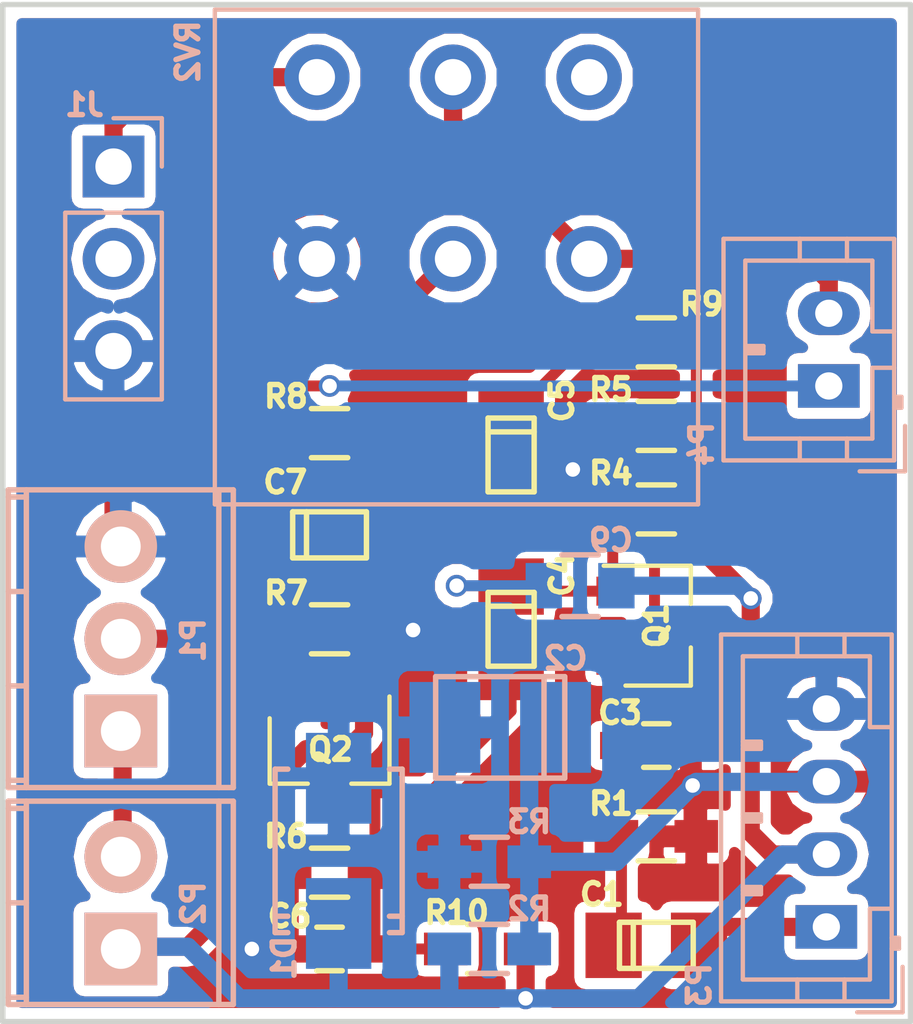
<source format=kicad_pcb>
(kicad_pcb (version 4) (host pcbnew 4.0.7)

  (general
    (links 46)
    (no_connects 0)
    (area 134.921763 85.321623 162.242644 116.217339)
    (thickness 1.6)
    (drawings 8)
    (tracks 135)
    (zones 0)
    (modules 27)
    (nets 19)
  )

  (page A4)
  (layers
    (0 F.Cu signal)
    (31 B.Cu signal)
    (32 B.Adhes user)
    (33 F.Adhes user)
    (34 B.Paste user)
    (35 F.Paste user)
    (36 B.SilkS user)
    (37 F.SilkS user)
    (38 B.Mask user)
    (39 F.Mask user)
    (40 Dwgs.User user)
    (41 Cmts.User user)
    (42 Eco1.User user)
    (43 Eco2.User user)
    (44 Edge.Cuts user)
    (45 Margin user)
    (46 B.CrtYd user)
    (47 F.CrtYd user)
    (48 B.Fab user)
    (49 F.Fab user)
  )

  (setup
    (last_trace_width 0.3)
    (trace_clearance 0.3)
    (zone_clearance 0.3)
    (zone_45_only no)
    (trace_min 0.2)
    (segment_width 0.2)
    (edge_width 0.15)
    (via_size 0.6)
    (via_drill 0.4)
    (via_min_size 0.4)
    (via_min_drill 0.3)
    (uvia_size 0.3)
    (uvia_drill 0.1)
    (uvias_allowed no)
    (uvia_min_size 0.2)
    (uvia_min_drill 0.1)
    (pcb_text_width 0.3)
    (pcb_text_size 1.5 1.5)
    (mod_edge_width 0.15)
    (mod_text_size 0.6 0.6)
    (mod_text_width 0.15)
    (pad_size 1.524 1.524)
    (pad_drill 0.762)
    (pad_to_mask_clearance 0.2)
    (aux_axis_origin 0 0)
    (visible_elements 7FFFFFFF)
    (pcbplotparams
      (layerselection 0x010fc_80000001)
      (usegerberextensions true)
      (excludeedgelayer true)
      (linewidth 0.100000)
      (plotframeref false)
      (viasonmask false)
      (mode 1)
      (useauxorigin false)
      (hpglpennumber 1)
      (hpglpenspeed 20)
      (hpglpendiameter 15)
      (hpglpenoverlay 2)
      (psnegative false)
      (psa4output false)
      (plotreference true)
      (plotvalue true)
      (plotinvisibletext false)
      (padsonsilk false)
      (subtractmaskfromsilk false)
      (outputformat 1)
      (mirror false)
      (drillshape 0)
      (scaleselection 1)
      (outputdirectory ../../GERBER/J0_VOL/))
  )

  (net 0 "")
  (net 1 "Net-(C1-Pad1)")
  (net 2 /IN)
  (net 3 /Vref)
  (net 4 Earth)
  (net 5 "Net-(C4-Pad1)")
  (net 6 "Net-(C4-Pad2)")
  (net 7 "Net-(C5-Pad1)")
  (net 8 "Net-(C7-Pad1)")
  (net 9 "Net-(C7-Pad2)")
  (net 10 /OUT)
  (net 11 VCC)
  (net 12 /O_BY)
  (net 13 /I_BY)
  (net 14 "Net-(Q1-Pad2)")
  (net 15 "Net-(J1-Pad2)")
  (net 16 "Net-(J1-Pad1)")
  (net 17 "Net-(RV2-Pad3)")
  (net 18 "Net-(P1-Pad1)")

  (net_class Default "This is the default net class."
    (clearance 0.3)
    (trace_width 0.3)
    (via_dia 0.6)
    (via_drill 0.4)
    (uvia_dia 0.3)
    (uvia_drill 0.1)
    (add_net /I_BY)
    (add_net /O_BY)
    (add_net "Net-(C1-Pad1)")
    (add_net "Net-(C4-Pad1)")
    (add_net "Net-(C4-Pad2)")
    (add_net "Net-(C5-Pad1)")
    (add_net "Net-(C7-Pad1)")
    (add_net "Net-(C7-Pad2)")
    (add_net "Net-(J1-Pad1)")
    (add_net "Net-(J1-Pad2)")
    (add_net "Net-(P1-Pad1)")
    (add_net "Net-(Q1-Pad2)")
    (add_net "Net-(RV2-Pad3)")
  )

  (net_class PWR ""
    (clearance 0.3)
    (trace_width 0.5)
    (via_dia 0.6)
    (via_drill 0.4)
    (uvia_dia 0.3)
    (uvia_drill 0.1)
    (add_net /IN)
    (add_net /OUT)
    (add_net /Vref)
    (add_net Earth)
    (add_net VCC)
  )

  (module Capacitors_SMD:C_0603_HandSoldering (layer F.Cu) (tedit 5A712F15) (tstamp 5A712A52)
    (at 155.017643 108.407337)
    (descr "Capacitor SMD 0603, hand soldering")
    (tags "capacitor 0603")
    (path /5A6FB405)
    (attr smd)
    (fp_text reference C3 (at -1 -0.9) (layer F.SilkS)
      (effects (font (size 0.6 0.6) (thickness 0.15)))
    )
    (fp_text value 270p (at 0 1.9) (layer F.Fab) hide
      (effects (font (size 0.6 0.6) (thickness 0.15)))
    )
    (fp_line (start -1.85 -0.75) (end 1.85 -0.75) (layer F.CrtYd) (width 0.05))
    (fp_line (start -1.85 0.75) (end 1.85 0.75) (layer F.CrtYd) (width 0.05))
    (fp_line (start -1.85 -0.75) (end -1.85 0.75) (layer F.CrtYd) (width 0.05))
    (fp_line (start 1.85 -0.75) (end 1.85 0.75) (layer F.CrtYd) (width 0.05))
    (fp_line (start -0.35 -0.6) (end 0.35 -0.6) (layer F.SilkS) (width 0.15))
    (fp_line (start 0.35 0.6) (end -0.35 0.6) (layer F.SilkS) (width 0.15))
    (pad 1 smd rect (at -0.95 0) (size 1.2 0.75) (layers F.Cu F.Paste F.Mask)
      (net 1 "Net-(C1-Pad1)"))
    (pad 2 smd rect (at 0.95 0) (size 1.2 0.75) (layers F.Cu F.Paste F.Mask)
      (net 3 /Vref))
    (model Capacitors_SMD.3dshapes/C_0603_HandSoldering.wrl
      (at (xyz 0 0 0))
      (scale (xyz 1 1 1))
      (rotate (xyz 0 0 0))
    )
  )

  (module TO_SOT_Packages_SMD:SC-59 (layer F.Cu) (tedit 5A713144) (tstamp 5A712B3A)
    (at 146.017643 108.507337 270)
    (descr "SC-59, https://lib.chipdip.ru/images/import_diod/original/SOT-23_SC-59.jpg")
    (tags SC-59)
    (path /5A6FBE66)
    (attr smd)
    (fp_text reference Q2 (at 0.009048 -0.025 360) (layer F.SilkS)
      (effects (font (size 0.6 0.6) (thickness 0.15)))
    )
    (fp_text value MMBF5457 (at 0 2.5 270) (layer F.Fab) hide
      (effects (font (size 0.6 0.6) (thickness 0.15)))
    )
    (fp_text user %R (at 0 0 360) (layer F.Fab)
      (effects (font (size 0.6 0.6) (thickness 0.15)))
    )
    (fp_line (start -0.85 1.55) (end -0.85 -1) (layer F.Fab) (width 0.1))
    (fp_line (start -1.45 -1.65) (end 0.95 -1.65) (layer F.SilkS) (width 0.12))
    (fp_line (start 0.95 -1.65) (end 0.95 -0.6) (layer F.SilkS) (width 0.12))
    (fp_line (start -0.85 1.65) (end 0.95 1.65) (layer F.SilkS) (width 0.12))
    (fp_line (start 0.95 1.65) (end 0.95 0.6) (layer F.SilkS) (width 0.12))
    (fp_line (start -0.85 1.55) (end 0.85 1.55) (layer F.Fab) (width 0.1))
    (fp_line (start -0.3 -1.55) (end -0.85 -1) (layer F.Fab) (width 0.1))
    (fp_line (start -0.3 -1.55) (end 0.85 -1.55) (layer F.Fab) (width 0.1))
    (fp_line (start 0.85 -1.52) (end 0.85 1.52) (layer F.Fab) (width 0.1))
    (fp_line (start -1.9 -1.8) (end 1.9 -1.8) (layer F.CrtYd) (width 0.05))
    (fp_line (start -1.9 -1.8) (end -1.9 1.8) (layer F.CrtYd) (width 0.05))
    (fp_line (start 1.9 1.8) (end 1.9 -1.8) (layer F.CrtYd) (width 0.05))
    (fp_line (start 1.9 1.8) (end -1.9 1.8) (layer F.CrtYd) (width 0.05))
    (pad 1 smd rect (at -1.2 -0.95 270) (size 0.9 0.8) (layers F.Cu F.Paste F.Mask)
      (net 11 VCC))
    (pad 2 smd rect (at -1.2 0.95 270) (size 0.9 0.8) (layers F.Cu F.Paste F.Mask)
      (net 8 "Net-(C7-Pad1)"))
    (pad 3 smd rect (at 1.2 0 270) (size 0.9 0.8) (layers F.Cu F.Paste F.Mask)
      (net 6 "Net-(C4-Pad2)"))
    (model ${KISYS3DMOD}/TO_SOT_Packages_SMD.3dshapes/SC-59.wrl
      (at (xyz 0 0 0))
      (scale (xyz 1 1 1))
      (rotate (xyz 0 0 0))
    )
  )

  (module Capacitors_Tantalum_SMD:TantalC_SizeR_EIA-2012 (layer F.Cu) (tedit 5A7130AF) (tstamp 5A712A5D)
    (at 151.017643 105.207337 90)
    (descr "Tantal Cap. , Size C, EIA-2012")
    (path /5A6FBC4D)
    (fp_text reference C4 (at 1.5 1.4 90) (layer F.SilkS)
      (effects (font (size 0.6 0.6) (thickness 0.15)))
    )
    (fp_text value 0.1u (at 0 1.27 90) (layer F.Fab) hide
      (effects (font (size 0.6 0.6) (thickness 0.15)))
    )
    (fp_line (start 0.635 -0.635) (end 0.635 0.635) (layer F.SilkS) (width 0.15))
    (fp_line (start -1.016 -0.635) (end -1.016 0.635) (layer F.SilkS) (width 0.15))
    (fp_line (start -1.016 0.635) (end 1.016 0.635) (layer F.SilkS) (width 0.15))
    (fp_line (start 1.016 0.635) (end 1.016 -0.635) (layer F.SilkS) (width 0.15))
    (fp_line (start 1.016 -0.635) (end -1.016 -0.635) (layer F.SilkS) (width 0.15))
    (pad 1 smd rect (at 1.17602 0 90) (size 1.5494 1.80086) (layers F.Cu F.Paste F.Mask)
      (net 5 "Net-(C4-Pad1)"))
    (pad 2 smd rect (at -1.17602 0 90) (size 1.5494 1.80086) (layers F.Cu F.Paste F.Mask)
      (net 6 "Net-(C4-Pad2)"))
    (model Capacitors_Tantalum_SMD.3dshapes/TantalC_SizeR_EIA-2012.wrl
      (at (xyz 0 0 0))
      (scale (xyz 1 1 1))
      (rotate (xyz 0 0 0))
    )
  )

  (module LIBS:Potentiometer_Alpha_Double_Vertical_Dual_Shaft (layer B.Cu) (tedit 5A739D08) (tstamp 5A73A25A)
    (at 145.667643 90.007337 90)
    (descr "Potentiometer, vertically mounted, Omeg PC16PU, Omeg PC16PU, Omeg PC16PU, Vishay/Spectrol 248GJ/249GJ Single, Vishay/Spectrol 248GJ/249GJ Single, Vishay/Spectrol 248GJ/249GJ Single, Vishay/Spectrol 248GH/249GH Single, Vishay/Spectrol 148/149 Single, Vishay/Spectrol 148/149 Single, Vishay/Spectrol 148/149 Single, Vishay/Spectrol 148A/149A Single with mounting plates, Vishay/Spectrol 148/149 Double, Vishay/Spectrol 148A/149A Double with mounting plates, Piher PC-16 Single, Piher PC-16 Single, Piher PC-16 Single, Piher PC-16SV Single, Piher PC-16 Double, Piher PC-16 Triple, Piher T16H Single, Piher T16L Single, Piher T16H Double, Alps RK163 Single, Alps RK163 Double, Alps RK097 Single, Alps RK097 Double, http://www.alps.com/prod/info/E/HTML/Potentiometer/RotaryPotentiometers/RK097/RK09712100AV.html")
    (tags "Potentiometer vertical  Omeg PC16PU  Omeg PC16PU  Omeg PC16PU  Vishay/Spectrol 248GJ/249GJ Single  Vishay/Spectrol 248GJ/249GJ Single  Vishay/Spectrol 248GJ/249GJ Single  Vishay/Spectrol 248GH/249GH Single  Vishay/Spectrol 148/149 Single  Vishay/Spectrol 148/149 Single  Vishay/Spectrol 148/149 Single  Vishay/Spectrol 148A/149A Single with mounting plates  Vishay/Spectrol 148/149 Double  Vishay/Spectrol 148A/149A Double with mounting plates  Piher PC-16 Single  Piher PC-16 Single  Piher PC-16 Single  Piher PC-16SV Single  Piher PC-16 Double  Piher PC-16 Triple  Piher T16H Single  Piher T16L Single  Piher T16H Double  Alps RK163 Single  Alps RK163 Double  Alps RK097 Single  Alps RK097 Double Dual Shaft")
    (path /5A6FCAF4)
    (fp_text reference RV2 (at 0.7 -3.55 90) (layer B.SilkS)
      (effects (font (size 0.6 0.6) (thickness 0.15)) (justify mirror))
    )
    (fp_text value DUAL_POT (at 2.15 -3.9 90) (layer B.Fab) hide
      (effects (font (size 0.6 0.6) (thickness 0.15)) (justify mirror))
    )
    (fp_line (start -11.7 10.45) (end -11.7 -2.75) (layer B.Fab) (width 0.1))
    (fp_line (start -11.7 -2.75) (end 1.8 -2.75) (layer B.Fab) (width 0.1))
    (fp_line (start 1.8 -2.75) (end 1.8 10.45) (layer B.Fab) (width 0.1))
    (fp_line (start 1.8 10.45) (end -11.7 10.45) (layer B.Fab) (width 0.1))
    (fp_line (start -11.76 10.5) (end 1.86 10.5) (layer B.SilkS) (width 0.12))
    (fp_line (start -11.76 -2.81) (end 1.86 -2.81) (layer B.SilkS) (width 0.12))
    (fp_line (start -11.76 10.5) (end -11.76 -2.81) (layer B.SilkS) (width 0.12))
    (fp_line (start 1.86 10.5) (end 1.86 -2.81) (layer B.SilkS) (width 0.12))
    (fp_line (start -12.15 10.7) (end -12.15 -3) (layer B.CrtYd) (width 0.05))
    (fp_line (start -12.15 -3) (end 2.1 -3) (layer B.CrtYd) (width 0.05))
    (fp_line (start 2.1 -3) (end 2.1 10.7) (layer B.CrtYd) (width 0.05))
    (fp_line (start 2.1 10.7) (end -12.15 10.7) (layer B.CrtYd) (width 0.05))
    (pad 3 thru_hole circle (at 0 7.5 90) (size 1.8 1.8) (drill 1) (layers *.Cu *.Mask)
      (net 17 "Net-(RV2-Pad3)"))
    (pad 2 thru_hole circle (at 0 3.75 90) (size 1.8 1.8) (drill 1) (layers *.Cu *.Mask)
      (net 13 /I_BY))
    (pad 1 thru_hole circle (at 0 0 90) (size 1.8 1.8) (drill 1) (layers *.Cu *.Mask)
      (net 16 "Net-(J1-Pad1)"))
    (pad 6 thru_hole circle (at -5 7.5 90) (size 1.8 1.8) (drill 1) (layers *.Cu *.Mask)
      (net 13 /I_BY))
    (pad 5 thru_hole circle (at -5 3.75 90) (size 1.8 1.8) (drill 1) (layers *.Cu *.Mask)
      (net 10 /OUT))
    (pad 4 thru_hole circle (at -5 0 90) (size 1.8 1.8) (drill 1) (layers *.Cu *.Mask)
      (net 4 Earth))
    (model Potentiometers.3dshapes/Potentiometer_Alps_RK097_Double_Vertical.wrl
      (at (xyz 0 0 0))
      (scale (xyz 0.393701 0.393701 0.393701))
      (rotate (xyz 0 0 0))
    )
  )

  (module Terminal_Blocks:TerminalBlock_Pheonix_MPT-2.54mm_3pol (layer B.Cu) (tedit 5A712A91) (tstamp 5A712A9F)
    (at 140.267643 108.007337 90)
    (descr "3-way 2.54mm pitch terminal block, Phoenix MPT series")
    (path /5A6FB263)
    (fp_text reference P1 (at 2.5 2 90) (layer B.SilkS)
      (effects (font (size 0.6 0.6) (thickness 0.15)) (justify mirror))
    )
    (fp_text value CONN_01X03 (at 2.54 -4.50088 90) (layer B.Fab) hide
      (effects (font (size 0.6 0.6) (thickness 0.15)) (justify mirror))
    )
    (fp_line (start -1.778 -3.302) (end 6.858 -3.302) (layer B.CrtYd) (width 0.05))
    (fp_line (start -1.778 3.302) (end -1.778 -3.302) (layer B.CrtYd) (width 0.05))
    (fp_line (start 6.858 3.302) (end -1.778 3.302) (layer B.CrtYd) (width 0.05))
    (fp_line (start 6.858 -3.302) (end 6.858 3.302) (layer B.CrtYd) (width 0.05))
    (fp_line (start 6.63956 3.0988) (end -1.55956 3.0988) (layer B.SilkS) (width 0.15))
    (fp_line (start 6.63956 2.70002) (end -1.55956 2.70002) (layer B.SilkS) (width 0.15))
    (fp_line (start 6.63956 -2.60096) (end -1.55956 -2.60096) (layer B.SilkS) (width 0.15))
    (fp_line (start -1.55956 -3.0988) (end 6.63956 -3.0988) (layer B.SilkS) (width 0.15))
    (fp_line (start 3.84048 -2.60096) (end 3.84048 -3.0988) (layer B.SilkS) (width 0.15))
    (fp_line (start -1.3589 -3.0988) (end -1.3589 -2.60096) (layer B.SilkS) (width 0.15))
    (fp_line (start 6.44144 -2.60096) (end 6.44144 -3.0988) (layer B.SilkS) (width 0.15))
    (fp_line (start 1.24206 -3.0988) (end 1.24206 -2.60096) (layer B.SilkS) (width 0.15))
    (fp_line (start 6.63956 -3.0988) (end 6.63956 3.0988) (layer B.SilkS) (width 0.15))
    (fp_line (start -1.55702 3.0988) (end -1.55702 -3.0988) (layer B.SilkS) (width 0.15))
    (pad 3 thru_hole oval (at 5.08 0 90) (size 1.99898 1.99898) (drill 1.09728) (layers *.Cu *.Mask B.SilkS)
      (net 4 Earth))
    (pad 1 thru_hole rect (at 0 0 90) (size 1.99898 1.99898) (drill 1.09728) (layers *.Cu *.Mask B.SilkS)
      (net 18 "Net-(P1-Pad1)"))
    (pad 2 thru_hole oval (at 2.54 0 90) (size 1.99898 1.99898) (drill 1.09728) (layers *.Cu *.Mask B.SilkS)
      (net 10 /OUT))
    (model Terminal_Blocks.3dshapes/TerminalBlock_Pheonix_MPT-2.54mm_3pol.wrl
      (at (xyz 0.1 0 0))
      (scale (xyz 1 1 1))
      (rotate (xyz 0 0 0))
    )
  )

  (module Connectors_JST:JST_PH_B2B-PH-K_02x2.00mm_Straight (layer B.Cu) (tedit 5A7244B9) (tstamp 5A712B10)
    (at 159.767643 98.507337 90)
    (descr "JST PH series connector, B2B-PH-K, top entry type, through hole, Datasheet: http://www.jst-mfg.com/product/pdf/eng/ePH.pdf")
    (tags "connector jst ph")
    (path /5A712F0B)
    (fp_text reference P4 (at -1.6 -3.5 90) (layer B.SilkS)
      (effects (font (size 0.6 0.6) (thickness 0.15)) (justify mirror))
    )
    (fp_text value CONN_01X02 (at 1 -3.8 90) (layer B.Fab) hide
      (effects (font (size 0.6 0.6) (thickness 0.15)) (justify mirror))
    )
    (fp_line (start -2.05 1.8) (end -2.05 -2.9) (layer B.SilkS) (width 0.12))
    (fp_line (start -2.05 -2.9) (end 4.05 -2.9) (layer B.SilkS) (width 0.12))
    (fp_line (start 4.05 -2.9) (end 4.05 1.8) (layer B.SilkS) (width 0.12))
    (fp_line (start 4.05 1.8) (end -2.05 1.8) (layer B.SilkS) (width 0.12))
    (fp_line (start 0.5 1.8) (end 0.5 1.2) (layer B.SilkS) (width 0.12))
    (fp_line (start 0.5 1.2) (end -1.45 1.2) (layer B.SilkS) (width 0.12))
    (fp_line (start -1.45 1.2) (end -1.45 -2.3) (layer B.SilkS) (width 0.12))
    (fp_line (start -1.45 -2.3) (end 3.45 -2.3) (layer B.SilkS) (width 0.12))
    (fp_line (start 3.45 -2.3) (end 3.45 1.2) (layer B.SilkS) (width 0.12))
    (fp_line (start 3.45 1.2) (end 1.5 1.2) (layer B.SilkS) (width 0.12))
    (fp_line (start 1.5 1.2) (end 1.5 1.8) (layer B.SilkS) (width 0.12))
    (fp_line (start -2.05 0.5) (end -1.45 0.5) (layer B.SilkS) (width 0.12))
    (fp_line (start -2.05 -0.8) (end -1.45 -0.8) (layer B.SilkS) (width 0.12))
    (fp_line (start 4.05 0.5) (end 3.45 0.5) (layer B.SilkS) (width 0.12))
    (fp_line (start 4.05 -0.8) (end 3.45 -0.8) (layer B.SilkS) (width 0.12))
    (fp_line (start -0.3 1.8) (end -0.3 2) (layer B.SilkS) (width 0.12))
    (fp_line (start -0.3 2) (end -0.6 2) (layer B.SilkS) (width 0.12))
    (fp_line (start -0.6 2) (end -0.6 1.8) (layer B.SilkS) (width 0.12))
    (fp_line (start -0.3 1.9) (end -0.6 1.9) (layer B.SilkS) (width 0.12))
    (fp_line (start 0.9 -2.3) (end 0.9 -1.8) (layer B.SilkS) (width 0.12))
    (fp_line (start 0.9 -1.8) (end 1.1 -1.8) (layer B.SilkS) (width 0.12))
    (fp_line (start 1.1 -1.8) (end 1.1 -2.3) (layer B.SilkS) (width 0.12))
    (fp_line (start 1 -2.3) (end 1 -1.8) (layer B.SilkS) (width 0.12))
    (fp_line (start -1.1 2.1) (end -2.35 2.1) (layer B.SilkS) (width 0.12))
    (fp_line (start -2.35 2.1) (end -2.35 0.85) (layer B.SilkS) (width 0.12))
    (fp_line (start -1.1 2.1) (end -2.35 2.1) (layer B.Fab) (width 0.1))
    (fp_line (start -2.35 2.1) (end -2.35 0.85) (layer B.Fab) (width 0.1))
    (fp_line (start -1.95 1.7) (end -1.95 -2.8) (layer B.Fab) (width 0.1))
    (fp_line (start -1.95 -2.8) (end 3.95 -2.8) (layer B.Fab) (width 0.1))
    (fp_line (start 3.95 -2.8) (end 3.95 1.7) (layer B.Fab) (width 0.1))
    (fp_line (start 3.95 1.7) (end -1.95 1.7) (layer B.Fab) (width 0.1))
    (fp_line (start -2.45 2.2) (end -2.45 -3.3) (layer B.CrtYd) (width 0.05))
    (fp_line (start -2.45 -3.3) (end 4.45 -3.3) (layer B.CrtYd) (width 0.05))
    (fp_line (start 4.45 -3.3) (end 4.45 2.2) (layer B.CrtYd) (width 0.05))
    (fp_line (start 4.45 2.2) (end -2.45 2.2) (layer B.CrtYd) (width 0.05))
    (fp_text user %R (at 1 -1.5 90) (layer B.Fab) hide
      (effects (font (size 0.6 0.6) (thickness 0.15)) (justify mirror))
    )
    (pad 1 thru_hole rect (at 0 0 90) (size 1.2 1.7) (drill 0.75) (layers *.Cu *.Mask)
      (net 12 /O_BY))
    (pad 2 thru_hole oval (at 2 0 90) (size 1.2 1.7) (drill 0.75) (layers *.Cu *.Mask)
      (net 13 /I_BY))
    (model ${KISYS3DMOD}/Connectors_JST.3dshapes/JST_PH_B2B-PH-K_02x2.00mm_Straight.wrl
      (at (xyz 0 0 0))
      (scale (xyz 1 1 1))
      (rotate (xyz 0 0 0))
    )
  )

  (module Connectors_JST:JST_PH_B4B-PH-K_04x2.00mm_Straight (layer B.Cu) (tedit 5A7244B1) (tstamp 5A712AE6)
    (at 159.7 113.4 90)
    (descr "JST PH series connector, B4B-PH-K, top entry type, through hole, Datasheet: http://www.jst-mfg.com/product/pdf/eng/ePH.pdf")
    (tags "connector jst ph")
    (path /5A6FD534)
    (fp_text reference P3 (at -1.6 -3.5 270) (layer B.SilkS)
      (effects (font (size 0.6 0.6) (thickness 0.15)) (justify mirror))
    )
    (fp_text value CONN_01X04 (at 3 -3.8 90) (layer B.Fab) hide
      (effects (font (size 0.6 0.6) (thickness 0.15)) (justify mirror))
    )
    (fp_line (start -2.05 1.8) (end -2.05 -2.9) (layer B.SilkS) (width 0.12))
    (fp_line (start -2.05 -2.9) (end 8.05 -2.9) (layer B.SilkS) (width 0.12))
    (fp_line (start 8.05 -2.9) (end 8.05 1.8) (layer B.SilkS) (width 0.12))
    (fp_line (start 8.05 1.8) (end -2.05 1.8) (layer B.SilkS) (width 0.12))
    (fp_line (start 0.5 1.8) (end 0.5 1.2) (layer B.SilkS) (width 0.12))
    (fp_line (start 0.5 1.2) (end -1.45 1.2) (layer B.SilkS) (width 0.12))
    (fp_line (start -1.45 1.2) (end -1.45 -2.3) (layer B.SilkS) (width 0.12))
    (fp_line (start -1.45 -2.3) (end 7.45 -2.3) (layer B.SilkS) (width 0.12))
    (fp_line (start 7.45 -2.3) (end 7.45 1.2) (layer B.SilkS) (width 0.12))
    (fp_line (start 7.45 1.2) (end 5.5 1.2) (layer B.SilkS) (width 0.12))
    (fp_line (start 5.5 1.2) (end 5.5 1.8) (layer B.SilkS) (width 0.12))
    (fp_line (start -2.05 0.5) (end -1.45 0.5) (layer B.SilkS) (width 0.12))
    (fp_line (start -2.05 -0.8) (end -1.45 -0.8) (layer B.SilkS) (width 0.12))
    (fp_line (start 8.05 0.5) (end 7.45 0.5) (layer B.SilkS) (width 0.12))
    (fp_line (start 8.05 -0.8) (end 7.45 -0.8) (layer B.SilkS) (width 0.12))
    (fp_line (start -0.3 1.8) (end -0.3 2) (layer B.SilkS) (width 0.12))
    (fp_line (start -0.3 2) (end -0.6 2) (layer B.SilkS) (width 0.12))
    (fp_line (start -0.6 2) (end -0.6 1.8) (layer B.SilkS) (width 0.12))
    (fp_line (start -0.3 1.9) (end -0.6 1.9) (layer B.SilkS) (width 0.12))
    (fp_line (start 0.9 -2.3) (end 0.9 -1.8) (layer B.SilkS) (width 0.12))
    (fp_line (start 0.9 -1.8) (end 1.1 -1.8) (layer B.SilkS) (width 0.12))
    (fp_line (start 1.1 -1.8) (end 1.1 -2.3) (layer B.SilkS) (width 0.12))
    (fp_line (start 1 -2.3) (end 1 -1.8) (layer B.SilkS) (width 0.12))
    (fp_line (start 2.9 -2.3) (end 2.9 -1.8) (layer B.SilkS) (width 0.12))
    (fp_line (start 2.9 -1.8) (end 3.1 -1.8) (layer B.SilkS) (width 0.12))
    (fp_line (start 3.1 -1.8) (end 3.1 -2.3) (layer B.SilkS) (width 0.12))
    (fp_line (start 3 -2.3) (end 3 -1.8) (layer B.SilkS) (width 0.12))
    (fp_line (start 4.9 -2.3) (end 4.9 -1.8) (layer B.SilkS) (width 0.12))
    (fp_line (start 4.9 -1.8) (end 5.1 -1.8) (layer B.SilkS) (width 0.12))
    (fp_line (start 5.1 -1.8) (end 5.1 -2.3) (layer B.SilkS) (width 0.12))
    (fp_line (start 5 -2.3) (end 5 -1.8) (layer B.SilkS) (width 0.12))
    (fp_line (start -1.1 2.1) (end -2.35 2.1) (layer B.SilkS) (width 0.12))
    (fp_line (start -2.35 2.1) (end -2.35 0.85) (layer B.SilkS) (width 0.12))
    (fp_line (start -1.1 2.1) (end -2.35 2.1) (layer B.Fab) (width 0.1))
    (fp_line (start -2.35 2.1) (end -2.35 0.85) (layer B.Fab) (width 0.1))
    (fp_line (start -1.95 1.7) (end -1.95 -2.8) (layer B.Fab) (width 0.1))
    (fp_line (start -1.95 -2.8) (end 7.95 -2.8) (layer B.Fab) (width 0.1))
    (fp_line (start 7.95 -2.8) (end 7.95 1.7) (layer B.Fab) (width 0.1))
    (fp_line (start 7.95 1.7) (end -1.95 1.7) (layer B.Fab) (width 0.1))
    (fp_line (start -2.45 2.2) (end -2.45 -3.3) (layer B.CrtYd) (width 0.05))
    (fp_line (start -2.45 -3.3) (end 8.45 -3.3) (layer B.CrtYd) (width 0.05))
    (fp_line (start 8.45 -3.3) (end 8.45 2.2) (layer B.CrtYd) (width 0.05))
    (fp_line (start 8.45 2.2) (end -2.45 2.2) (layer B.CrtYd) (width 0.05))
    (fp_text user %R (at 3 -1.5 90) (layer B.Fab) hide
      (effects (font (size 0.6 0.6) (thickness 0.15)) (justify mirror))
    )
    (pad 1 thru_hole rect (at 0 0 90) (size 1.2 1.7) (drill 0.75) (layers *.Cu *.Mask)
      (net 2 /IN))
    (pad 2 thru_hole oval (at 2 0 90) (size 1.2 1.7) (drill 0.75) (layers *.Cu *.Mask)
      (net 11 VCC))
    (pad 3 thru_hole oval (at 4 0 90) (size 1.2 1.7) (drill 0.75) (layers *.Cu *.Mask)
      (net 3 /Vref))
    (pad 4 thru_hole oval (at 6 0 90) (size 1.2 1.7) (drill 0.75) (layers *.Cu *.Mask)
      (net 4 Earth))
    (model ${KISYS3DMOD}/Connectors_JST.3dshapes/JST_PH_B4B-PH-K_04x2.00mm_Straight.wrl
      (at (xyz 0 0 0))
      (scale (xyz 1 1 1))
      (rotate (xyz 0 0 0))
    )
  )

  (module TO_SOT_Packages_SMD:SC-59 (layer F.Cu) (tedit 5A712F32) (tstamp 5A712B25)
    (at 155.017643 105.107337)
    (descr "SC-59, https://lib.chipdip.ru/images/import_diod/original/SOT-23_SC-59.jpg")
    (tags SC-59)
    (path /5A6FB4EA)
    (attr smd)
    (fp_text reference Q1 (at 0 0 90) (layer F.SilkS)
      (effects (font (size 0.6 0.6) (thickness 0.15)))
    )
    (fp_text value MMBF5457 (at 0 2.5) (layer F.Fab) hide
      (effects (font (size 0.6 0.6) (thickness 0.15)))
    )
    (fp_text user %R (at 0 0 90) (layer F.Fab)
      (effects (font (size 0.6 0.6) (thickness 0.15)))
    )
    (fp_line (start -0.85 1.55) (end -0.85 -1) (layer F.Fab) (width 0.1))
    (fp_line (start -1.45 -1.65) (end 0.95 -1.65) (layer F.SilkS) (width 0.12))
    (fp_line (start 0.95 -1.65) (end 0.95 -0.6) (layer F.SilkS) (width 0.12))
    (fp_line (start -0.85 1.65) (end 0.95 1.65) (layer F.SilkS) (width 0.12))
    (fp_line (start 0.95 1.65) (end 0.95 0.6) (layer F.SilkS) (width 0.12))
    (fp_line (start -0.85 1.55) (end 0.85 1.55) (layer F.Fab) (width 0.1))
    (fp_line (start -0.3 -1.55) (end -0.85 -1) (layer F.Fab) (width 0.1))
    (fp_line (start -0.3 -1.55) (end 0.85 -1.55) (layer F.Fab) (width 0.1))
    (fp_line (start 0.85 -1.52) (end 0.85 1.52) (layer F.Fab) (width 0.1))
    (fp_line (start -1.9 -1.8) (end 1.9 -1.8) (layer F.CrtYd) (width 0.05))
    (fp_line (start -1.9 -1.8) (end -1.9 1.8) (layer F.CrtYd) (width 0.05))
    (fp_line (start 1.9 1.8) (end 1.9 -1.8) (layer F.CrtYd) (width 0.05))
    (fp_line (start 1.9 1.8) (end -1.9 1.8) (layer F.CrtYd) (width 0.05))
    (pad 1 smd rect (at -1.2 -0.95) (size 0.9 0.8) (layers F.Cu F.Paste F.Mask)
      (net 5 "Net-(C4-Pad1)"))
    (pad 2 smd rect (at -1.2 0.95) (size 0.9 0.8) (layers F.Cu F.Paste F.Mask)
      (net 14 "Net-(Q1-Pad2)"))
    (pad 3 smd rect (at 1.2 0) (size 0.9 0.8) (layers F.Cu F.Paste F.Mask)
      (net 1 "Net-(C1-Pad1)"))
    (model ${KISYS3DMOD}/TO_SOT_Packages_SMD.3dshapes/SC-59.wrl
      (at (xyz 0 0 0))
      (scale (xyz 1 1 1))
      (rotate (xyz 0 0 0))
    )
  )

  (module Resistors_SMD:R_0603_HandSoldering (layer F.Cu) (tedit 5A712FD8) (tstamp 5A712B6A)
    (at 155.017643 101.907337 180)
    (descr "Resistor SMD 0603, hand soldering")
    (tags "resistor 0603")
    (path /5A6FB5EA)
    (attr smd)
    (fp_text reference R4 (at 1.25 1 180) (layer F.SilkS)
      (effects (font (size 0.6 0.6) (thickness 0.15)))
    )
    (fp_text value 10k (at 0 1.9 180) (layer F.Fab) hide
      (effects (font (size 0.6 0.6) (thickness 0.15)))
    )
    (fp_line (start -2 -0.8) (end 2 -0.8) (layer F.CrtYd) (width 0.05))
    (fp_line (start -2 0.8) (end 2 0.8) (layer F.CrtYd) (width 0.05))
    (fp_line (start -2 -0.8) (end -2 0.8) (layer F.CrtYd) (width 0.05))
    (fp_line (start 2 -0.8) (end 2 0.8) (layer F.CrtYd) (width 0.05))
    (fp_line (start 0.5 0.675) (end -0.5 0.675) (layer F.SilkS) (width 0.15))
    (fp_line (start -0.5 -0.675) (end 0.5 -0.675) (layer F.SilkS) (width 0.15))
    (pad 1 smd rect (at -1.1 0 180) (size 1.2 0.9) (layers F.Cu F.Paste F.Mask)
      (net 11 VCC))
    (pad 2 smd rect (at 1.1 0 180) (size 1.2 0.9) (layers F.Cu F.Paste F.Mask)
      (net 5 "Net-(C4-Pad1)"))
    (model Resistors_SMD.3dshapes/R_0603_HandSoldering.wrl
      (at (xyz 0 0 0))
      (scale (xyz 1 1 1))
      (rotate (xyz 0 0 0))
    )
  )

  (module Capacitors_Tantalum_SMD:TantalC_SizeR_EIA-2012 (layer F.Cu) (tedit 5A712EA7) (tstamp 5A712A3B)
    (at 155.017643 113.907337 180)
    (descr "Tantal Cap. , Size C, EIA-2012")
    (path /5A6FB370)
    (fp_text reference C1 (at 1.5 1.4 180) (layer F.SilkS)
      (effects (font (size 0.6 0.6) (thickness 0.15)))
    )
    (fp_text value 0.1u (at 0 1.27 180) (layer F.Fab) hide
      (effects (font (size 0.6 0.6) (thickness 0.15)))
    )
    (fp_line (start 0.635 -0.635) (end 0.635 0.635) (layer F.SilkS) (width 0.15))
    (fp_line (start -1.016 -0.635) (end -1.016 0.635) (layer F.SilkS) (width 0.15))
    (fp_line (start -1.016 0.635) (end 1.016 0.635) (layer F.SilkS) (width 0.15))
    (fp_line (start 1.016 0.635) (end 1.016 -0.635) (layer F.SilkS) (width 0.15))
    (fp_line (start 1.016 -0.635) (end -1.016 -0.635) (layer F.SilkS) (width 0.15))
    (pad 1 smd rect (at 1.17602 0 180) (size 1.5494 1.80086) (layers F.Cu F.Paste F.Mask)
      (net 1 "Net-(C1-Pad1)"))
    (pad 2 smd rect (at -1.17602 0 180) (size 1.5494 1.80086) (layers F.Cu F.Paste F.Mask)
      (net 2 /IN))
    (model Capacitors_Tantalum_SMD.3dshapes/TantalC_SizeR_EIA-2012.wrl
      (at (xyz 0 0 0))
      (scale (xyz 1 1 1))
      (rotate (xyz 0 0 0))
    )
  )

  (module Capacitors_Tantalum_SMD:TantalC_SizeR_EIA-2012 (layer F.Cu) (tedit 5A713061) (tstamp 5A712A68)
    (at 151.017643 100.407337 90)
    (descr "Tantal Cap. , Size C, EIA-2012")
    (path /5A6FB719)
    (fp_text reference C5 (at 1.5 1.4 90) (layer F.SilkS)
      (effects (font (size 0.6 0.6) (thickness 0.15)))
    )
    (fp_text value 47u (at 0 1.27 90) (layer F.Fab) hide
      (effects (font (size 0.6 0.6) (thickness 0.15)))
    )
    (fp_line (start 0.635 -0.635) (end 0.635 0.635) (layer F.SilkS) (width 0.15))
    (fp_line (start -1.016 -0.635) (end -1.016 0.635) (layer F.SilkS) (width 0.15))
    (fp_line (start -1.016 0.635) (end 1.016 0.635) (layer F.SilkS) (width 0.15))
    (fp_line (start 1.016 0.635) (end 1.016 -0.635) (layer F.SilkS) (width 0.15))
    (fp_line (start 1.016 -0.635) (end -1.016 -0.635) (layer F.SilkS) (width 0.15))
    (pad 1 smd rect (at 1.17602 0 90) (size 1.5494 1.80086) (layers F.Cu F.Paste F.Mask)
      (net 7 "Net-(C5-Pad1)"))
    (pad 2 smd rect (at -1.17602 0 90) (size 1.5494 1.80086) (layers F.Cu F.Paste F.Mask)
      (net 4 Earth))
    (model Capacitors_Tantalum_SMD.3dshapes/TantalC_SizeR_EIA-2012.wrl
      (at (xyz 0 0 0))
      (scale (xyz 1 1 1))
      (rotate (xyz 0 0 0))
    )
  )

  (module Capacitors_SMD:C_0603_HandSoldering (layer F.Cu) (tedit 5A7130E1) (tstamp 5A712A74)
    (at 146.017643 114.007337 180)
    (descr "Capacitor SMD 0603, hand soldering")
    (tags "capacitor 0603")
    (path /5A6FBE60)
    (attr smd)
    (fp_text reference C6 (at 1.1 0.9 180) (layer F.SilkS)
      (effects (font (size 0.6 0.6) (thickness 0.15)))
    )
    (fp_text value 270p (at 0 1.9 180) (layer F.Fab) hide
      (effects (font (size 0.6 0.6) (thickness 0.15)))
    )
    (fp_line (start -1.85 -0.75) (end 1.85 -0.75) (layer F.CrtYd) (width 0.05))
    (fp_line (start -1.85 0.75) (end 1.85 0.75) (layer F.CrtYd) (width 0.05))
    (fp_line (start -1.85 -0.75) (end -1.85 0.75) (layer F.CrtYd) (width 0.05))
    (fp_line (start 1.85 -0.75) (end 1.85 0.75) (layer F.CrtYd) (width 0.05))
    (fp_line (start -0.35 -0.6) (end 0.35 -0.6) (layer F.SilkS) (width 0.15))
    (fp_line (start 0.35 0.6) (end -0.35 0.6) (layer F.SilkS) (width 0.15))
    (pad 1 smd rect (at -0.95 0 180) (size 1.2 0.75) (layers F.Cu F.Paste F.Mask)
      (net 6 "Net-(C4-Pad2)"))
    (pad 2 smd rect (at 0.95 0 180) (size 1.2 0.75) (layers F.Cu F.Paste F.Mask)
      (net 4 Earth))
    (model Capacitors_SMD.3dshapes/C_0603_HandSoldering.wrl
      (at (xyz 0 0 0))
      (scale (xyz 1 1 1))
      (rotate (xyz 0 0 0))
    )
  )

  (module Capacitors_Tantalum_SMD:TantalC_SizeR_EIA-2012 (layer F.Cu) (tedit 5A7131A3) (tstamp 5A712A7F)
    (at 146.017643 102.607337 180)
    (descr "Tantal Cap. , Size C, EIA-2012")
    (path /5A6FD125)
    (fp_text reference C7 (at 1.22 1.45 180) (layer F.SilkS)
      (effects (font (size 0.6 0.6) (thickness 0.15)))
    )
    (fp_text value 10u (at 0 1.27 180) (layer F.Fab) hide
      (effects (font (size 0.6 0.6) (thickness 0.15)))
    )
    (fp_line (start 0.635 -0.635) (end 0.635 0.635) (layer F.SilkS) (width 0.15))
    (fp_line (start -1.016 -0.635) (end -1.016 0.635) (layer F.SilkS) (width 0.15))
    (fp_line (start -1.016 0.635) (end 1.016 0.635) (layer F.SilkS) (width 0.15))
    (fp_line (start 1.016 0.635) (end 1.016 -0.635) (layer F.SilkS) (width 0.15))
    (fp_line (start 1.016 -0.635) (end -1.016 -0.635) (layer F.SilkS) (width 0.15))
    (pad 1 smd rect (at 1.17602 0 180) (size 1.5494 1.80086) (layers F.Cu F.Paste F.Mask)
      (net 8 "Net-(C7-Pad1)"))
    (pad 2 smd rect (at -1.17602 0 180) (size 1.5494 1.80086) (layers F.Cu F.Paste F.Mask)
      (net 9 "Net-(C7-Pad2)"))
    (model Capacitors_Tantalum_SMD.3dshapes/TantalC_SizeR_EIA-2012.wrl
      (at (xyz 0 0 0))
      (scale (xyz 1 1 1))
      (rotate (xyz 0 0 0))
    )
  )

  (module Terminal_Blocks:TerminalBlock_Pheonix_MPT-2.54mm_2pol (layer B.Cu) (tedit 5A712A06) (tstamp 5A712AB2)
    (at 140.267643 114.007337 90)
    (descr "2-way 2.54mm pitch terminal block, Phoenix MPT series")
    (path /5A6FB2A4)
    (fp_text reference P2 (at 1.25 2 90) (layer B.SilkS)
      (effects (font (size 0.6 0.6) (thickness 0.15)) (justify mirror))
    )
    (fp_text value CONN_01X02 (at 1.27 -4.50088 90) (layer B.Fab) hide
      (effects (font (size 0.6 0.6) (thickness 0.15)) (justify mirror))
    )
    (fp_line (start -1.7 3.3) (end 4.3 3.3) (layer B.CrtYd) (width 0.05))
    (fp_line (start -1.7 -3.3) (end -1.7 3.3) (layer B.CrtYd) (width 0.05))
    (fp_line (start 4.3 -3.3) (end -1.7 -3.3) (layer B.CrtYd) (width 0.05))
    (fp_line (start 4.3 3.3) (end 4.3 -3.3) (layer B.CrtYd) (width 0.05))
    (fp_line (start 4.06908 -2.60096) (end -1.52908 -2.60096) (layer B.SilkS) (width 0.15))
    (fp_line (start -1.33096 -3.0988) (end -1.33096 -2.60096) (layer B.SilkS) (width 0.15))
    (fp_line (start 3.87096 -2.60096) (end 3.87096 -3.0988) (layer B.SilkS) (width 0.15))
    (fp_line (start 1.27 -3.0988) (end 1.27 -2.60096) (layer B.SilkS) (width 0.15))
    (fp_line (start -1.52908 2.70002) (end 4.06908 2.70002) (layer B.SilkS) (width 0.15))
    (fp_line (start -1.52908 -3.0988) (end 4.06908 -3.0988) (layer B.SilkS) (width 0.15))
    (fp_line (start 4.06908 -3.0988) (end 4.06908 3.0988) (layer B.SilkS) (width 0.15))
    (fp_line (start 4.06908 3.0988) (end -1.52908 3.0988) (layer B.SilkS) (width 0.15))
    (fp_line (start -1.52908 3.0988) (end -1.52908 -3.0988) (layer B.SilkS) (width 0.15))
    (pad 2 thru_hole oval (at 2.54 0 90) (size 1.99898 1.99898) (drill 1.09728) (layers *.Cu *.Mask B.SilkS)
      (net 18 "Net-(P1-Pad1)"))
    (pad 1 thru_hole rect (at 0 0 90) (size 1.99898 1.99898) (drill 1.09728) (layers *.Cu *.Mask B.SilkS)
      (net 11 VCC))
    (model Terminal_Blocks.3dshapes/TerminalBlock_Pheonix_MPT-2.54mm_2pol.wrl
      (at (xyz 0.05 0 0))
      (scale (xyz 1 1 1))
      (rotate (xyz 0 0 0))
    )
  )

  (module Resistors_SMD:R_0603_HandSoldering (layer F.Cu) (tedit 5A712ED9) (tstamp 5A712B46)
    (at 155.017643 110.907337)
    (descr "Resistor SMD 0603, hand soldering")
    (tags "resistor 0603")
    (path /5A6FB3E0)
    (attr smd)
    (fp_text reference R1 (at -1.25 -0.9) (layer F.SilkS)
      (effects (font (size 0.6 0.6) (thickness 0.15)))
    )
    (fp_text value 1Meg (at 0 1.9) (layer F.Fab) hide
      (effects (font (size 0.6 0.6) (thickness 0.15)))
    )
    (fp_line (start -2 -0.8) (end 2 -0.8) (layer F.CrtYd) (width 0.05))
    (fp_line (start -2 0.8) (end 2 0.8) (layer F.CrtYd) (width 0.05))
    (fp_line (start -2 -0.8) (end -2 0.8) (layer F.CrtYd) (width 0.05))
    (fp_line (start 2 -0.8) (end 2 0.8) (layer F.CrtYd) (width 0.05))
    (fp_line (start 0.5 0.675) (end -0.5 0.675) (layer F.SilkS) (width 0.15))
    (fp_line (start -0.5 -0.675) (end 0.5 -0.675) (layer F.SilkS) (width 0.15))
    (pad 1 smd rect (at -1.1 0) (size 1.2 0.9) (layers F.Cu F.Paste F.Mask)
      (net 1 "Net-(C1-Pad1)"))
    (pad 2 smd rect (at 1.1 0) (size 1.2 0.9) (layers F.Cu F.Paste F.Mask)
      (net 3 /Vref))
    (model Resistors_SMD.3dshapes/R_0603_HandSoldering.wrl
      (at (xyz 0 0 0))
      (scale (xyz 1 1 1))
      (rotate (xyz 0 0 0))
    )
  )

  (module Resistors_SMD:R_0603_HandSoldering (layer B.Cu) (tedit 5A712D0B) (tstamp 5A712B52)
    (at 150.417643 114.007337)
    (descr "Resistor SMD 0603, hand soldering")
    (tags "resistor 0603")
    (path /5A6FB925)
    (attr smd)
    (fp_text reference R2 (at 1.1 -1.1) (layer B.SilkS)
      (effects (font (size 0.6 0.6) (thickness 0.15)) (justify mirror))
    )
    (fp_text value 100k (at 0 -1.9) (layer B.Fab) hide
      (effects (font (size 0.6 0.6) (thickness 0.15)) (justify mirror))
    )
    (fp_line (start -2 0.8) (end 2 0.8) (layer B.CrtYd) (width 0.05))
    (fp_line (start -2 -0.8) (end 2 -0.8) (layer B.CrtYd) (width 0.05))
    (fp_line (start -2 0.8) (end -2 -0.8) (layer B.CrtYd) (width 0.05))
    (fp_line (start 2 0.8) (end 2 -0.8) (layer B.CrtYd) (width 0.05))
    (fp_line (start 0.5 -0.675) (end -0.5 -0.675) (layer B.SilkS) (width 0.15))
    (fp_line (start -0.5 0.675) (end 0.5 0.675) (layer B.SilkS) (width 0.15))
    (pad 1 smd rect (at -1.1 0) (size 1.2 0.9) (layers B.Cu B.Paste B.Mask)
      (net 11 VCC))
    (pad 2 smd rect (at 1.1 0) (size 1.2 0.9) (layers B.Cu B.Paste B.Mask)
      (net 3 /Vref))
    (model Resistors_SMD.3dshapes/R_0603_HandSoldering.wrl
      (at (xyz 0 0 0))
      (scale (xyz 1 1 1))
      (rotate (xyz 0 0 0))
    )
  )

  (module Resistors_SMD:R_0603_HandSoldering (layer B.Cu) (tedit 5A712D2E) (tstamp 5A712B5E)
    (at 150.417643 111.607337 180)
    (descr "Resistor SMD 0603, hand soldering")
    (tags "resistor 0603")
    (path /5A6FBAD2)
    (attr smd)
    (fp_text reference R3 (at -1.1 1.1 180) (layer B.SilkS)
      (effects (font (size 0.6 0.6) (thickness 0.15)) (justify mirror))
    )
    (fp_text value 10k (at 0 -1.9 180) (layer B.Fab) hide
      (effects (font (size 0.6 0.6) (thickness 0.15)) (justify mirror))
    )
    (fp_line (start -2 0.8) (end 2 0.8) (layer B.CrtYd) (width 0.05))
    (fp_line (start -2 -0.8) (end 2 -0.8) (layer B.CrtYd) (width 0.05))
    (fp_line (start -2 0.8) (end -2 -0.8) (layer B.CrtYd) (width 0.05))
    (fp_line (start 2 0.8) (end 2 -0.8) (layer B.CrtYd) (width 0.05))
    (fp_line (start 0.5 -0.675) (end -0.5 -0.675) (layer B.SilkS) (width 0.15))
    (fp_line (start -0.5 0.675) (end 0.5 0.675) (layer B.SilkS) (width 0.15))
    (pad 1 smd rect (at -1.1 0 180) (size 1.2 0.9) (layers B.Cu B.Paste B.Mask)
      (net 3 /Vref))
    (pad 2 smd rect (at 1.1 0 180) (size 1.2 0.9) (layers B.Cu B.Paste B.Mask)
      (net 4 Earth))
    (model Resistors_SMD.3dshapes/R_0603_HandSoldering.wrl
      (at (xyz 0 0 0))
      (scale (xyz 1 1 1))
      (rotate (xyz 0 0 0))
    )
  )

  (module Resistors_SMD:R_0603_HandSoldering (layer F.Cu) (tedit 5A71301B) (tstamp 5A712B76)
    (at 155.017643 99.607337 180)
    (descr "Resistor SMD 0603, hand soldering")
    (tags "resistor 0603")
    (path /5A6FB643)
    (attr smd)
    (fp_text reference R5 (at 1.25 1 180) (layer F.SilkS)
      (effects (font (size 0.6 0.6) (thickness 0.15)))
    )
    (fp_text value 3.9k (at 0 1.9 180) (layer F.Fab) hide
      (effects (font (size 0.6 0.6) (thickness 0.15)))
    )
    (fp_line (start -2 -0.8) (end 2 -0.8) (layer F.CrtYd) (width 0.05))
    (fp_line (start -2 0.8) (end 2 0.8) (layer F.CrtYd) (width 0.05))
    (fp_line (start -2 -0.8) (end -2 0.8) (layer F.CrtYd) (width 0.05))
    (fp_line (start 2 -0.8) (end 2 0.8) (layer F.CrtYd) (width 0.05))
    (fp_line (start 0.5 0.675) (end -0.5 0.675) (layer F.SilkS) (width 0.15))
    (fp_line (start -0.5 -0.675) (end 0.5 -0.675) (layer F.SilkS) (width 0.15))
    (pad 1 smd rect (at -1.1 0 180) (size 1.2 0.9) (layers F.Cu F.Paste F.Mask)
      (net 14 "Net-(Q1-Pad2)"))
    (pad 2 smd rect (at 1.1 0 180) (size 1.2 0.9) (layers F.Cu F.Paste F.Mask)
      (net 4 Earth))
    (model Resistors_SMD.3dshapes/R_0603_HandSoldering.wrl
      (at (xyz 0 0 0))
      (scale (xyz 1 1 1))
      (rotate (xyz 0 0 0))
    )
  )

  (module Resistors_SMD:R_0603_HandSoldering (layer F.Cu) (tedit 5A7130C0) (tstamp 5A712B82)
    (at 146.017643 111.907337 180)
    (descr "Resistor SMD 0603, hand soldering")
    (tags "resistor 0603")
    (path /5A6FBE5A)
    (attr smd)
    (fp_text reference R6 (at 1.2 1 180) (layer F.SilkS)
      (effects (font (size 0.6 0.6) (thickness 0.15)))
    )
    (fp_text value 1Meg (at 0 1.9 180) (layer F.Fab) hide
      (effects (font (size 0.6 0.6) (thickness 0.15)))
    )
    (fp_line (start -2 -0.8) (end 2 -0.8) (layer F.CrtYd) (width 0.05))
    (fp_line (start -2 0.8) (end 2 0.8) (layer F.CrtYd) (width 0.05))
    (fp_line (start -2 -0.8) (end -2 0.8) (layer F.CrtYd) (width 0.05))
    (fp_line (start 2 -0.8) (end 2 0.8) (layer F.CrtYd) (width 0.05))
    (fp_line (start 0.5 0.675) (end -0.5 0.675) (layer F.SilkS) (width 0.15))
    (fp_line (start -0.5 -0.675) (end 0.5 -0.675) (layer F.SilkS) (width 0.15))
    (pad 1 smd rect (at -1.1 0 180) (size 1.2 0.9) (layers F.Cu F.Paste F.Mask)
      (net 6 "Net-(C4-Pad2)"))
    (pad 2 smd rect (at 1.1 0 180) (size 1.2 0.9) (layers F.Cu F.Paste F.Mask)
      (net 4 Earth))
    (model Resistors_SMD.3dshapes/R_0603_HandSoldering.wrl
      (at (xyz 0 0 0))
      (scale (xyz 1 1 1))
      (rotate (xyz 0 0 0))
    )
  )

  (module Resistors_SMD:R_0603_HandSoldering (layer F.Cu) (tedit 5A7131A6) (tstamp 5A712B8E)
    (at 146.017643 105.207337)
    (descr "Resistor SMD 0603, hand soldering")
    (tags "resistor 0603")
    (path /5A6FBF85)
    (attr smd)
    (fp_text reference R7 (at -1.2 -1) (layer F.SilkS)
      (effects (font (size 0.6 0.6) (thickness 0.15)))
    )
    (fp_text value 20k (at 0 1.9) (layer F.Fab) hide
      (effects (font (size 0.6 0.6) (thickness 0.15)))
    )
    (fp_line (start -2 -0.8) (end 2 -0.8) (layer F.CrtYd) (width 0.05))
    (fp_line (start -2 0.8) (end 2 0.8) (layer F.CrtYd) (width 0.05))
    (fp_line (start -2 -0.8) (end -2 0.8) (layer F.CrtYd) (width 0.05))
    (fp_line (start 2 -0.8) (end 2 0.8) (layer F.CrtYd) (width 0.05))
    (fp_line (start 0.5 0.675) (end -0.5 0.675) (layer F.SilkS) (width 0.15))
    (fp_line (start -0.5 -0.675) (end 0.5 -0.675) (layer F.SilkS) (width 0.15))
    (pad 1 smd rect (at -1.1 0) (size 1.2 0.9) (layers F.Cu F.Paste F.Mask)
      (net 8 "Net-(C7-Pad1)"))
    (pad 2 smd rect (at 1.1 0) (size 1.2 0.9) (layers F.Cu F.Paste F.Mask)
      (net 4 Earth))
    (model Resistors_SMD.3dshapes/R_0603_HandSoldering.wrl
      (at (xyz 0 0 0))
      (scale (xyz 1 1 1))
      (rotate (xyz 0 0 0))
    )
  )

  (module Resistors_SMD:R_0603_HandSoldering (layer F.Cu) (tedit 5A7131CC) (tstamp 5A712B9A)
    (at 146.017643 99.807337)
    (descr "Resistor SMD 0603, hand soldering")
    (tags "resistor 0603")
    (path /5A6FC0DB)
    (attr smd)
    (fp_text reference R8 (at -1.2 -1.01) (layer F.SilkS)
      (effects (font (size 0.6 0.6) (thickness 0.15)))
    )
    (fp_text value 10k (at 0 1.9) (layer F.Fab) hide
      (effects (font (size 0.6 0.6) (thickness 0.15)))
    )
    (fp_line (start -2 -0.8) (end 2 -0.8) (layer F.CrtYd) (width 0.05))
    (fp_line (start -2 0.8) (end 2 0.8) (layer F.CrtYd) (width 0.05))
    (fp_line (start -2 -0.8) (end -2 0.8) (layer F.CrtYd) (width 0.05))
    (fp_line (start 2 -0.8) (end 2 0.8) (layer F.CrtYd) (width 0.05))
    (fp_line (start 0.5 0.675) (end -0.5 0.675) (layer F.SilkS) (width 0.15))
    (fp_line (start -0.5 -0.675) (end 0.5 -0.675) (layer F.SilkS) (width 0.15))
    (pad 1 smd rect (at -1.1 0) (size 1.2 0.9) (layers F.Cu F.Paste F.Mask)
      (net 12 /O_BY))
    (pad 2 smd rect (at 1.1 0) (size 1.2 0.9) (layers F.Cu F.Paste F.Mask)
      (net 9 "Net-(C7-Pad2)"))
    (model Resistors_SMD.3dshapes/R_0603_HandSoldering.wrl
      (at (xyz 0 0 0))
      (scale (xyz 1 1 1))
      (rotate (xyz 0 0 0))
    )
  )

  (module Diodes_SMD:SMA_Standard (layer B.Cu) (tedit 5AE15865) (tstamp 5A718074)
    (at 146.267643 111.307337 90)
    (descr "Diode SMA")
    (tags "Diode SMA")
    (path /5A71407F)
    (attr smd)
    (fp_text reference D1 (at -2.95 -1.5 90) (layer B.SilkS)
      (effects (font (size 0.6 0.6) (thickness 0.15)) (justify mirror))
    )
    (fp_text value S1A-13-F (at 0 -4.3 90) (layer B.Fab) hide
      (effects (font (size 0.6 0.6) (thickness 0.15)) (justify mirror))
    )
    (fp_line (start -3.5 2) (end 3.5 2) (layer B.CrtYd) (width 0.05))
    (fp_line (start 3.5 2) (end 3.5 -2) (layer B.CrtYd) (width 0.05))
    (fp_line (start 3.5 -2) (end -3.5 -2) (layer B.CrtYd) (width 0.05))
    (fp_line (start -3.5 -2) (end -3.5 2) (layer B.CrtYd) (width 0.05))
    (fp_text user K (at -4 0 90) (layer B.SilkS) hide
      (effects (font (size 0.6 0.6) (thickness 0.15)) (justify mirror))
    )
    (fp_text user A (at 3.9 0 90) (layer B.SilkS) hide
      (effects (font (size 0.6 0.6) (thickness 0.15)) (justify mirror))
    )
    (fp_circle (center 0 0) (end 0.20066 0.0508) (layer B.Adhes) (width 0.381))
    (fp_line (start -1.79914 -1.75006) (end -1.79914 -1.39954) (layer B.SilkS) (width 0.15))
    (fp_line (start -1.79914 1.75006) (end -1.79914 1.39954) (layer B.SilkS) (width 0.15))
    (fp_line (start 2.25044 -1.75006) (end 2.25044 -1.39954) (layer B.SilkS) (width 0.15))
    (fp_line (start -2.25044 -1.75006) (end -2.25044 -1.39954) (layer B.SilkS) (width 0.15))
    (fp_line (start -2.25044 1.75006) (end -2.25044 1.39954) (layer B.SilkS) (width 0.15))
    (fp_line (start 2.25044 1.75006) (end 2.25044 1.39954) (layer B.SilkS) (width 0.15))
    (fp_line (start -2.25044 -1.75006) (end 2.25044 -1.75006) (layer B.SilkS) (width 0.15))
    (fp_line (start -2.25044 1.75006) (end 2.25044 1.75006) (layer B.SilkS) (width 0.15))
    (pad 1 smd rect (at -1.99898 0 90) (size 2.49936 1.80086) (layers B.Cu B.Paste B.Mask)
      (net 11 VCC))
    (pad 2 smd rect (at 1.99898 0 90) (size 2.49936 1.80086) (layers B.Cu B.Paste B.Mask)
      (net 4 Earth))
    (model Diodes_SMD.3dshapes/SMA_Standard.wrl
      (at (xyz 0 0 0))
      (scale (xyz 0.3937 0.3937 0.3937))
      (rotate (xyz 0 0 180))
    )
  )

  (module Resistors_SMD:R_0603_HandSoldering (layer F.Cu) (tedit 5A7245E9) (tstamp 5A724595)
    (at 155.017643 97.307337 180)
    (descr "Resistor SMD 0603, hand soldering")
    (tags "resistor 0603")
    (path /5A7248C9)
    (attr smd)
    (fp_text reference R9 (at -1.25 1.05 180) (layer F.SilkS)
      (effects (font (size 0.6 0.6) (thickness 0.15)))
    )
    (fp_text value 1k (at 0 1.9 180) (layer F.Fab) hide
      (effects (font (size 0.6 0.6) (thickness 0.15)))
    )
    (fp_line (start -2 -0.8) (end 2 -0.8) (layer F.CrtYd) (width 0.05))
    (fp_line (start -2 0.8) (end 2 0.8) (layer F.CrtYd) (width 0.05))
    (fp_line (start -2 -0.8) (end -2 0.8) (layer F.CrtYd) (width 0.05))
    (fp_line (start 2 -0.8) (end 2 0.8) (layer F.CrtYd) (width 0.05))
    (fp_line (start 0.5 0.675) (end -0.5 0.675) (layer F.SilkS) (width 0.15))
    (fp_line (start -0.5 -0.675) (end 0.5 -0.675) (layer F.SilkS) (width 0.15))
    (pad 1 smd rect (at -1.1 0 180) (size 1.2 0.9) (layers F.Cu F.Paste F.Mask)
      (net 14 "Net-(Q1-Pad2)"))
    (pad 2 smd rect (at 1.1 0 180) (size 1.2 0.9) (layers F.Cu F.Paste F.Mask)
      (net 7 "Net-(C5-Pad1)"))
    (model Resistors_SMD.3dshapes/R_0603_HandSoldering.wrl
      (at (xyz 0 0 0))
      (scale (xyz 1 1 1))
      (rotate (xyz 0 0 0))
    )
  )

  (module Resistors_SMD:R_0603_HandSoldering (layer F.Cu) (tedit 5A7245A2) (tstamp 5A72459B)
    (at 150.317643 114.007337 180)
    (descr "Resistor SMD 0603, hand soldering")
    (tags "resistor 0603")
    (path /5A724BC7)
    (attr smd)
    (fp_text reference R10 (at 0.8 1 180) (layer F.SilkS)
      (effects (font (size 0.6 0.6) (thickness 0.15)))
    )
    (fp_text value 1Meg (at 0 1.9 180) (layer F.Fab) hide
      (effects (font (size 0.6 0.6) (thickness 0.15)))
    )
    (fp_line (start -2 -0.8) (end 2 -0.8) (layer F.CrtYd) (width 0.05))
    (fp_line (start -2 0.8) (end 2 0.8) (layer F.CrtYd) (width 0.05))
    (fp_line (start -2 -0.8) (end -2 0.8) (layer F.CrtYd) (width 0.05))
    (fp_line (start 2 -0.8) (end 2 0.8) (layer F.CrtYd) (width 0.05))
    (fp_line (start 0.5 0.675) (end -0.5 0.675) (layer F.SilkS) (width 0.15))
    (fp_line (start -0.5 -0.675) (end 0.5 -0.675) (layer F.SilkS) (width 0.15))
    (pad 1 smd rect (at -1.1 0 180) (size 1.2 0.9) (layers F.Cu F.Paste F.Mask)
      (net 11 VCC))
    (pad 2 smd rect (at 1.1 0 180) (size 1.2 0.9) (layers F.Cu F.Paste F.Mask)
      (net 6 "Net-(C4-Pad2)"))
    (model Resistors_SMD.3dshapes/R_0603_HandSoldering.wrl
      (at (xyz 0 0 0))
      (scale (xyz 1 1 1))
      (rotate (xyz 0 0 0))
    )
  )

  (module Capacitors_SMD:C_0805 (layer B.Cu) (tedit 5A7792EC) (tstamp 5A7792ED)
    (at 152.917643 104.007337 180)
    (descr "Capacitor SMD 0805, reflow soldering, AVX (see smccp.pdf)")
    (tags "capacitor 0805")
    (path /5A77A09B)
    (attr smd)
    (fp_text reference C9 (at -0.85 1.25 360) (layer B.SilkS)
      (effects (font (size 0.6 0.6) (thickness 0.15)) (justify mirror))
    )
    (fp_text value 1n (at 0 -2.1 180) (layer B.Fab) hide
      (effects (font (size 0.6 0.6) (thickness 0.15)) (justify mirror))
    )
    (fp_line (start -1.8 1) (end 1.8 1) (layer B.CrtYd) (width 0.05))
    (fp_line (start -1.8 -1) (end 1.8 -1) (layer B.CrtYd) (width 0.05))
    (fp_line (start -1.8 1) (end -1.8 -1) (layer B.CrtYd) (width 0.05))
    (fp_line (start 1.8 1) (end 1.8 -1) (layer B.CrtYd) (width 0.05))
    (fp_line (start 0.5 0.85) (end -0.5 0.85) (layer B.SilkS) (width 0.15))
    (fp_line (start -0.5 -0.85) (end 0.5 -0.85) (layer B.SilkS) (width 0.15))
    (pad 1 smd rect (at -1 0 180) (size 1 1.25) (layers B.Cu B.Paste B.Mask)
      (net 11 VCC))
    (pad 2 smd rect (at 1 0 180) (size 1 1.25) (layers B.Cu B.Paste B.Mask)
      (net 5 "Net-(C4-Pad1)"))
    (model Capacitors_SMD.3dshapes/C_0805.wrl
      (at (xyz 0 0 0))
      (scale (xyz 1 1 1))
      (rotate (xyz 0 0 0))
    )
  )

  (module Capacitors_Tantalum_SMD:TantalC_SizeT_EIA-3528 (layer B.Cu) (tedit 5A7B8754) (tstamp 5A7B876B)
    (at 150.717643 107.907337)
    (descr TantalC_SizeT_EIA-3528)
    (path /5A6FE715)
    (fp_text reference C2 (at 1.8 -1.9 180) (layer B.SilkS)
      (effects (font (size 0.6 0.6) (thickness 0.15)) (justify mirror))
    )
    (fp_text value 100u (at 0 -1.9685) (layer B.Fab) hide
      (effects (font (size 0.6 0.6) (thickness 0.15)) (justify mirror))
    )
    (fp_line (start 1.2065 1.397) (end 1.2065 -1.397) (layer B.SilkS) (width 0.15))
    (fp_line (start 1.778 1.397) (end -1.778 1.397) (layer B.SilkS) (width 0.15))
    (fp_line (start -1.778 1.397) (end -1.778 -1.397) (layer B.SilkS) (width 0.15))
    (fp_line (start -1.778 -1.397) (end 1.778 -1.397) (layer B.SilkS) (width 0.15))
    (fp_line (start 1.778 -1.397) (end 1.778 1.397) (layer B.SilkS) (width 0.15))
    (pad 1 smd rect (at 1.524 0) (size 1.95072 2.49936) (layers B.Cu B.Paste B.Mask)
      (net 3 /Vref))
    (pad 2 smd rect (at -1.524 0) (size 1.95072 2.49936) (layers B.Cu B.Paste B.Mask)
      (net 4 Earth))
    (model Capacitors_Tantalum_SMD.3dshapes/TantalC_SizeT_EIA-3528.wrl
      (at (xyz 0 0 0))
      (scale (xyz 1 1 1))
      (rotate (xyz 0 0 0))
    )
  )

  (module Pin_Headers:Pin_Header_Straight_1x03_Pitch2.54mm (layer B.Cu) (tedit 5A800AF7) (tstamp 5A800B10)
    (at 140.067643 92.467337 180)
    (descr "Through hole straight pin header, 1x03, 2.54mm pitch, single row")
    (tags "Through hole pin header THT 1x03 2.54mm single row")
    (path /5A800B63)
    (fp_text reference J1 (at 0.8 1.7 180) (layer B.SilkS)
      (effects (font (size 0.6 0.6) (thickness 0.15)) (justify mirror))
    )
    (fp_text value Conn_01x03_Female (at 0 -7.41 180) (layer B.Fab) hide
      (effects (font (size 0.6 0.6) (thickness 0.15)) (justify mirror))
    )
    (fp_line (start -0.635 1.27) (end 1.27 1.27) (layer B.Fab) (width 0.1))
    (fp_line (start 1.27 1.27) (end 1.27 -6.35) (layer B.Fab) (width 0.1))
    (fp_line (start 1.27 -6.35) (end -1.27 -6.35) (layer B.Fab) (width 0.1))
    (fp_line (start -1.27 -6.35) (end -1.27 0.635) (layer B.Fab) (width 0.1))
    (fp_line (start -1.27 0.635) (end -0.635 1.27) (layer B.Fab) (width 0.1))
    (fp_line (start -1.33 -6.41) (end 1.33 -6.41) (layer B.SilkS) (width 0.12))
    (fp_line (start -1.33 -1.27) (end -1.33 -6.41) (layer B.SilkS) (width 0.12))
    (fp_line (start 1.33 -1.27) (end 1.33 -6.41) (layer B.SilkS) (width 0.12))
    (fp_line (start -1.33 -1.27) (end 1.33 -1.27) (layer B.SilkS) (width 0.12))
    (fp_line (start -1.33 0) (end -1.33 1.33) (layer B.SilkS) (width 0.12))
    (fp_line (start -1.33 1.33) (end 0 1.33) (layer B.SilkS) (width 0.12))
    (fp_line (start -1.8 1.8) (end -1.8 -6.85) (layer B.CrtYd) (width 0.05))
    (fp_line (start -1.8 -6.85) (end 1.8 -6.85) (layer B.CrtYd) (width 0.05))
    (fp_line (start 1.8 -6.85) (end 1.8 1.8) (layer B.CrtYd) (width 0.05))
    (fp_line (start 1.8 1.8) (end -1.8 1.8) (layer B.CrtYd) (width 0.05))
    (fp_text user %R (at 0 -2.54 450) (layer B.Fab)
      (effects (font (size 1 1) (thickness 0.15)) (justify mirror))
    )
    (pad 1 thru_hole rect (at 0 0 180) (size 1.7 1.7) (drill 1) (layers *.Cu *.Mask)
      (net 16 "Net-(J1-Pad1)"))
    (pad 2 thru_hole oval (at 0 -2.54 180) (size 1.7 1.7) (drill 1) (layers *.Cu *.Mask)
      (net 15 "Net-(J1-Pad2)"))
    (pad 3 thru_hole oval (at 0 -5.08 180) (size 1.7 1.7) (drill 1) (layers *.Cu *.Mask)
      (net 4 Earth))
    (model ${KISYS3DMOD}/Pin_Headers.3dshapes/Pin_Header_Straight_1x03_Pitch2.54mm.wrl
      (at (xyz 0 0 0))
      (scale (xyz 1 1 1))
      (rotate (xyz 0 0 0))
    )
  )

  (gr_line (start 137.317643 115.707337) (end 161.717643 115.707337) (layer Margin) (width 0.2))
  (gr_line (start 137.317643 88.307337) (end 137.317643 115.707337) (layer Margin) (width 0.2))
  (gr_line (start 161.717643 88.307337) (end 137.317643 88.307337) (layer Margin) (width 0.2))
  (gr_line (start 161.717643 115.707337) (end 161.717643 88.307337) (layer Margin) (width 0.2))
  (gr_line (start 137.017643 116.007337) (end 162.017643 116.007337) (layer Edge.Cuts) (width 0.15))
  (gr_line (start 137.017643 88.007337) (end 137.017643 116.007337) (layer Edge.Cuts) (width 0.15))
  (gr_line (start 162.017643 88.007337) (end 137.017643 88.007337) (layer Edge.Cuts) (width 0.15))
  (gr_line (start 162.017643 116.007337) (end 162.017643 88.007337) (layer Edge.Cuts) (width 0.15))

  (segment (start 156.217643 105.107337) (end 156.217643 105.807337) (width 0.3) (layer F.Cu) (net 1))
  (segment (start 156.217643 105.807337) (end 154.067643 107.957337) (width 0.3) (layer F.Cu) (net 1))
  (segment (start 154.067643 107.957337) (end 154.067643 108.407337) (width 0.3) (layer F.Cu) (net 1))
  (segment (start 154.067643 108.407337) (end 154.057643 108.397337) (width 0.3) (layer F.Cu) (net 1))
  (segment (start 153.917643 110.907337) (end 154.057643 110.767337) (width 0.3) (layer F.Cu) (net 1))
  (segment (start 154.057643 110.767337) (end 154.057643 108.417337) (width 0.3) (layer F.Cu) (net 1))
  (segment (start 154.057643 108.417337) (end 154.067643 108.407337) (width 0.3) (layer F.Cu) (net 1))
  (segment (start 153.841623 113.907337) (end 154.057643 113.691317) (width 0.3) (layer F.Cu) (net 1))
  (segment (start 154.057643 113.691317) (end 154.057643 111.047337) (width 0.3) (layer F.Cu) (net 1))
  (segment (start 154.057643 111.047337) (end 153.917643 110.907337) (width 0.3) (layer F.Cu) (net 1))
  (segment (start 159.7 113.4) (end 156.701 113.4) (width 0.5) (layer F.Cu) (net 2))
  (segment (start 156.701 113.4) (end 156.193663 113.907337) (width 0.5) (layer F.Cu) (net 2))
  (segment (start 156.693663 113.407337) (end 156.193663 113.907337) (width 0.5) (layer F.Cu) (net 2))
  (segment (start 156.017643 109.507337) (end 153.917643 111.607337) (width 0.5) (layer B.Cu) (net 3))
  (segment (start 156.117643 109.407337) (end 156.017643 109.507337) (width 0.5) (layer B.Cu) (net 3))
  (via (at 156.017643 109.507337) (size 0.6) (drill 0.4) (layers F.Cu B.Cu) (net 3))
  (segment (start 159.767643 109.407337) (end 156.117643 109.407337) (width 0.5) (layer B.Cu) (net 3))
  (segment (start 153.917643 111.607337) (end 151.517643 111.607337) (width 0.5) (layer B.Cu) (net 3))
  (segment (start 156.117643 110.907337) (end 156.017643 111.007337) (width 0.5) (layer F.Cu) (net 3))
  (segment (start 155.967643 108.407337) (end 156.017643 108.457337) (width 0.5) (layer F.Cu) (net 3))
  (segment (start 156.017643 108.457337) (end 156.017643 110.807337) (width 0.5) (layer F.Cu) (net 3))
  (segment (start 156.017643 110.807337) (end 156.117643 110.907337) (width 0.5) (layer F.Cu) (net 3))
  (segment (start 159.717643 109.407337) (end 159.467643 109.407337) (width 0.5) (layer B.Cu) (net 3))
  (segment (start 151.517643 110.407337) (end 151.517643 108.807337) (width 0.5) (layer B.Cu) (net 3))
  (segment (start 151.517643 111.607337) (end 151.517643 110.407337) (width 0.5) (layer B.Cu) (net 3))
  (segment (start 151.517643 114.007337) (end 151.517643 111.607337) (width 0.5) (layer B.Cu) (net 3))
  (segment (start 140.067643 97.547337) (end 140.067643 102.677337) (width 0.5) (layer F.Cu) (net 4))
  (segment (start 140.067643 102.677337) (end 140.317643 102.927337) (width 0.5) (layer F.Cu) (net 4))
  (segment (start 144.917643 111.907337) (end 144.917643 113.857337) (width 0.5) (layer F.Cu) (net 4))
  (segment (start 144.917643 113.857337) (end 145.067643 114.007337) (width 0.5) (layer F.Cu) (net 4))
  (segment (start 152.717643 100.807337) (end 151.941623 101.583357) (width 0.5) (layer F.Cu) (net 4))
  (segment (start 153.917643 99.607337) (end 152.717643 100.807337) (width 0.5) (layer F.Cu) (net 4))
  (via (at 152.717643 100.807337) (size 0.6) (drill 0.4) (layers F.Cu B.Cu) (net 4))
  (segment (start 151.941623 101.583357) (end 151.017643 101.583357) (width 0.5) (layer F.Cu) (net 4))
  (segment (start 145.067643 114.007337) (end 143.877643 114.007337) (width 0.5) (layer F.Cu) (net 4))
  (via (at 143.877643 114.007337) (size 0.6) (drill 0.4) (layers F.Cu B.Cu) (net 4))
  (segment (start 147.117643 105.207337) (end 148.297643 105.207337) (width 0.5) (layer F.Cu) (net 4))
  (segment (start 148.297643 105.207337) (end 148.317643 105.227337) (width 0.5) (layer F.Cu) (net 4))
  (via (at 148.317643 105.227337) (size 0.6) (drill 0.4) (layers F.Cu B.Cu) (net 4))
  (segment (start 151.917643 104.007337) (end 149.517643 104.007337) (width 0.3) (layer B.Cu) (net 5))
  (segment (start 149.517643 104.007337) (end 150.993663 104.007337) (width 0.3) (layer F.Cu) (net 5))
  (segment (start 150.993663 104.007337) (end 151.017643 104.031317) (width 0.3) (layer F.Cu) (net 5))
  (via (at 149.517643 104.007337) (size 0.6) (drill 0.4) (layers F.Cu B.Cu) (net 5))
  (segment (start 153.817643 104.157337) (end 153.817643 102.007337) (width 0.3) (layer F.Cu) (net 5))
  (segment (start 153.817643 102.007337) (end 153.917643 101.907337) (width 0.3) (layer F.Cu) (net 5))
  (segment (start 153.817643 104.157337) (end 151.143663 104.157337) (width 0.3) (layer F.Cu) (net 5))
  (segment (start 151.143663 104.157337) (end 151.017643 104.031317) (width 0.3) (layer F.Cu) (net 5))
  (segment (start 151.643663 104.031317) (end 151.017643 104.031317) (width 0.3) (layer F.Cu) (net 5))
  (segment (start 151.143373 104.031317) (end 151.017643 104.031317) (width 0.3) (layer F.Cu) (net 5))
  (segment (start 146.967643 114.007337) (end 147.267643 113.707337) (width 0.3) (layer F.Cu) (net 6))
  (segment (start 147.267643 113.707337) (end 147.267643 112.057337) (width 0.3) (layer F.Cu) (net 6))
  (segment (start 147.267643 112.057337) (end 147.117643 111.907337) (width 0.3) (layer F.Cu) (net 6))
  (segment (start 147.267643 109.707337) (end 147.267643 111.757337) (width 0.3) (layer F.Cu) (net 6))
  (segment (start 147.267643 111.757337) (end 147.117643 111.907337) (width 0.3) (layer F.Cu) (net 6))
  (segment (start 147.267643 109.707337) (end 147.017643 109.707337) (width 0.3) (layer F.Cu) (net 6))
  (segment (start 148.768363 109.707337) (end 147.267643 109.707337) (width 0.3) (layer F.Cu) (net 6))
  (segment (start 147.017643 109.707337) (end 146.717643 109.707337) (width 0.3) (layer F.Cu) (net 6))
  (segment (start 151.017643 106.383357) (end 151.017643 107.458057) (width 0.3) (layer F.Cu) (net 6))
  (segment (start 151.017643 107.458057) (end 148.768363 109.707337) (width 0.3) (layer F.Cu) (net 6))
  (segment (start 146.717643 109.707337) (end 146.017643 109.707337) (width 0.3) (layer F.Cu) (net 6))
  (segment (start 146.967643 114.007337) (end 149.217643 114.007337) (width 0.3) (layer F.Cu) (net 6))
  (segment (start 151.017643 99.231317) (end 151.143373 99.231317) (width 0.3) (layer F.Cu) (net 7))
  (segment (start 151.143373 99.231317) (end 153.067353 97.307337) (width 0.3) (layer F.Cu) (net 7))
  (segment (start 153.067353 97.307337) (end 153.917643 97.307337) (width 0.3) (layer F.Cu) (net 7))
  (segment (start 144.841623 102.607337) (end 145.017643 102.783357) (width 0.3) (layer F.Cu) (net 8))
  (segment (start 145.017643 102.783357) (end 145.017643 105.107337) (width 0.3) (layer F.Cu) (net 8))
  (segment (start 145.017643 105.107337) (end 144.917643 105.207337) (width 0.3) (layer F.Cu) (net 8))
  (segment (start 145.067643 107.307337) (end 145.017643 107.257337) (width 0.3) (layer F.Cu) (net 8))
  (segment (start 145.017643 107.257337) (end 145.017643 105.307337) (width 0.3) (layer F.Cu) (net 8))
  (segment (start 145.017643 105.307337) (end 144.917643 105.207337) (width 0.3) (layer F.Cu) (net 8))
  (segment (start 147.193663 102.607337) (end 147.193663 99.883357) (width 0.3) (layer F.Cu) (net 9))
  (segment (start 147.193663 99.883357) (end 147.117643 99.807337) (width 0.3) (layer F.Cu) (net 9))
  (segment (start 142.217643 105.507337) (end 142.177643 105.467337) (width 0.5) (layer F.Cu) (net 10))
  (segment (start 142.177643 105.467337) (end 140.317643 105.467337) (width 0.5) (layer F.Cu) (net 10))
  (segment (start 149.367643 95.007337) (end 146.867643 97.507337) (width 0.5) (layer F.Cu) (net 10))
  (segment (start 146.867643 97.507337) (end 145.177641 97.507337) (width 0.5) (layer F.Cu) (net 10))
  (segment (start 145.177641 97.507337) (end 143.217643 99.467335) (width 0.5) (layer F.Cu) (net 10))
  (segment (start 143.217643 99.467335) (end 143.217643 104.507337) (width 0.5) (layer F.Cu) (net 10))
  (segment (start 143.217643 104.507337) (end 142.217643 105.507337) (width 0.5) (layer F.Cu) (net 10))
  (segment (start 159.717643 111.407337) (end 158.492663 111.407337) (width 0.5) (layer B.Cu) (net 11))
  (segment (start 158.492663 111.407337) (end 154.532663 115.367337) (width 0.5) (layer B.Cu) (net 11))
  (segment (start 151.841907 115.367337) (end 151.417643 115.367337) (width 0.5) (layer B.Cu) (net 11))
  (segment (start 154.532663 115.367337) (end 151.841907 115.367337) (width 0.5) (layer B.Cu) (net 11))
  (segment (start 140.617643 113.917337) (end 140.617643 113.947337) (width 0.5) (layer F.Cu) (net 11))
  (segment (start 149.317643 115.367337) (end 146.267643 115.367337) (width 0.5) (layer B.Cu) (net 11))
  (segment (start 146.267643 115.367337) (end 146.028983 115.367337) (width 0.5) (layer B.Cu) (net 11))
  (segment (start 146.267643 113.306317) (end 146.267643 115.367337) (width 0.5) (layer B.Cu) (net 11))
  (segment (start 153.917643 104.007337) (end 157.267643 104.007337) (width 0.5) (layer B.Cu) (net 11))
  (segment (start 157.267643 104.007337) (end 157.617643 104.357337) (width 0.5) (layer B.Cu) (net 11))
  (via (at 157.617643 104.357337) (size 0.6) (drill 0.4) (layers F.Cu B.Cu) (net 11))
  (segment (start 142.117133 113.947337) (end 140.317643 113.947337) (width 0.5) (layer B.Cu) (net 11))
  (segment (start 142.117133 113.947337) (end 140.317643 113.947337) (width 0.5) (layer F.Cu) (net 11))
  (segment (start 156.117643 101.907337) (end 156.117643 102.857337) (width 0.5) (layer F.Cu) (net 11))
  (segment (start 156.117643 102.857337) (end 157.617643 104.357337) (width 0.5) (layer F.Cu) (net 11))
  (segment (start 157.617643 104.357337) (end 157.617643 110.807337) (width 0.5) (layer F.Cu) (net 11))
  (segment (start 157.617643 110.807337) (end 158.217643 111.407337) (width 0.5) (layer F.Cu) (net 11))
  (segment (start 158.217643 111.407337) (end 159.717643 111.407337) (width 0.5) (layer F.Cu) (net 11))
  (segment (start 142.117133 113.947337) (end 143.017643 113.046827) (width 0.5) (layer F.Cu) (net 11))
  (segment (start 143.017643 113.046827) (end 143.017643 110.867335) (width 0.5) (layer F.Cu) (net 11))
  (segment (start 143.017643 110.867335) (end 145.377641 108.507337) (width 0.5) (layer F.Cu) (net 11))
  (segment (start 145.377641 108.507337) (end 146.517643 108.507337) (width 0.5) (layer F.Cu) (net 11))
  (segment (start 146.517643 108.507337) (end 146.967643 108.057337) (width 0.5) (layer F.Cu) (net 11))
  (segment (start 146.967643 108.057337) (end 146.967643 107.307337) (width 0.5) (layer F.Cu) (net 11))
  (via (at 151.417643 115.367337) (size 0.6) (drill 0.4) (layers F.Cu B.Cu) (net 11))
  (segment (start 151.417643 115.367337) (end 149.317643 115.367337) (width 0.5) (layer B.Cu) (net 11))
  (segment (start 151.417643 114.007337) (end 151.417643 115.367337) (width 0.5) (layer F.Cu) (net 11))
  (segment (start 159.717643 111.407337) (end 159.467643 111.407337) (width 0.5) (layer F.Cu) (net 11))
  (segment (start 146.028983 115.367337) (end 145.717643 115.367337) (width 0.5) (layer B.Cu) (net 11))
  (segment (start 145.717643 115.367337) (end 143.537133 115.367337) (width 0.5) (layer B.Cu) (net 11))
  (segment (start 143.537133 115.367337) (end 142.117133 113.947337) (width 0.5) (layer B.Cu) (net 11))
  (segment (start 149.317643 114.007337) (end 149.317643 114.957337) (width 0.5) (layer B.Cu) (net 11))
  (segment (start 149.317643 114.957337) (end 149.317643 115.367337) (width 0.5) (layer B.Cu) (net 11))
  (segment (start 159.767643 98.507337) (end 146.017643 98.507337) (width 0.3) (layer B.Cu) (net 12))
  (segment (start 145.267643 98.507337) (end 144.917643 98.857337) (width 0.3) (layer F.Cu) (net 12))
  (segment (start 144.917643 98.857337) (end 144.917643 99.807337) (width 0.3) (layer F.Cu) (net 12))
  (segment (start 146.017643 98.507337) (end 145.267643 98.507337) (width 0.3) (layer F.Cu) (net 12))
  (via (at 146.017643 98.507337) (size 0.6) (drill 0.4) (layers F.Cu B.Cu) (net 12))
  (segment (start 144.917643 99.807337) (end 145.067643 99.807337) (width 0.3) (layer F.Cu) (net 12))
  (segment (start 159.767643 96.507337) (end 159.767643 95.607337) (width 0.5) (layer F.Cu) (net 13))
  (segment (start 159.767643 95.607337) (end 159.167643 95.007337) (width 0.5) (layer F.Cu) (net 13))
  (segment (start 159.167643 95.007337) (end 154.440435 95.007337) (width 0.5) (layer F.Cu) (net 13))
  (segment (start 154.440435 95.007337) (end 153.167643 95.007337) (width 0.5) (layer F.Cu) (net 13))
  (segment (start 153.167643 95.007337) (end 149.417643 91.257337) (width 0.5) (layer F.Cu) (net 13))
  (segment (start 149.417643 91.257337) (end 149.417643 90.007337) (width 0.5) (layer F.Cu) (net 13))
  (segment (start 156.117643 99.607337) (end 156.117643 97.307337) (width 0.3) (layer F.Cu) (net 14))
  (segment (start 156.117643 99.607337) (end 155.967643 99.607337) (width 0.3) (layer F.Cu) (net 14))
  (segment (start 154.967644 104.957336) (end 153.867643 106.057337) (width 0.3) (layer F.Cu) (net 14))
  (segment (start 155.967643 99.607337) (end 154.967644 100.607336) (width 0.3) (layer F.Cu) (net 14))
  (segment (start 154.967644 100.607336) (end 154.967644 104.957336) (width 0.3) (layer F.Cu) (net 14))
  (segment (start 153.867643 106.057337) (end 153.817643 106.057337) (width 0.3) (layer F.Cu) (net 14))
  (segment (start 145.667643 90.007337) (end 141.377643 90.007337) (width 0.5) (layer F.Cu) (net 16))
  (segment (start 141.377643 90.007337) (end 140.067643 91.317337) (width 0.5) (layer F.Cu) (net 16))
  (segment (start 140.067643 91.317337) (end 140.067643 92.467337) (width 0.5) (layer F.Cu) (net 16))
  (segment (start 140.317643 111.407337) (end 140.317643 110.107847) (width 0.5) (layer F.Cu) (net 18))
  (segment (start 140.317643 110.107847) (end 140.317643 108.007337) (width 0.5) (layer F.Cu) (net 18))

  (zone (net 4) (net_name Earth) (layer B.Cu) (tstamp 0) (hatch edge 0.508)
    (connect_pads (clearance 0.3))
    (min_thickness 0.3)
    (fill yes (arc_segments 16) (thermal_gap 0.3) (thermal_bridge_width 0.6))
    (polygon
      (pts
        (xy 162.017643 116.007337) (xy 162.017643 88.007337) (xy 137.017643 88.007337) (xy 137.017643 116.007337)
      )
    )
    (filled_polygon
      (pts
        (xy 161.492643 115.482337) (xy 155.407613 115.482337) (xy 158.721285 112.168665) (xy 158.979476 112.341184) (xy 158.85 112.341184)
        (xy 158.68324 112.372562) (xy 158.530081 112.471117) (xy 158.427332 112.621495) (xy 158.391184 112.8) (xy 158.391184 114)
        (xy 158.422562 114.16676) (xy 158.521117 114.319919) (xy 158.671495 114.422668) (xy 158.85 114.458816) (xy 160.55 114.458816)
        (xy 160.71676 114.427438) (xy 160.869919 114.328883) (xy 160.972668 114.178505) (xy 161.008816 114) (xy 161.008816 112.8)
        (xy 160.977438 112.63324) (xy 160.878883 112.480081) (xy 160.728505 112.377332) (xy 160.55 112.341184) (xy 160.420524 112.341184)
        (xy 160.717931 112.142462) (xy 160.945543 111.801818) (xy 161.025469 111.4) (xy 160.945543 110.998182) (xy 160.717931 110.657538)
        (xy 160.377287 110.429926) (xy 160.226838 110.4) (xy 160.377287 110.370074) (xy 160.717931 110.142462) (xy 160.945543 109.801818)
        (xy 161.025469 109.4) (xy 160.945543 108.998182) (xy 160.717931 108.657538) (xy 160.377287 108.429926) (xy 160.235478 108.401719)
        (xy 160.417073 108.353583) (xy 160.74644 108.102255) (xy 160.95297 107.710725) (xy 160.875422 107.55) (xy 159.85 107.55)
        (xy 159.85 107.57) (xy 159.55 107.57) (xy 159.55 107.55) (xy 158.524578 107.55) (xy 158.44703 107.710725)
        (xy 158.65356 108.102255) (xy 158.982927 108.353583) (xy 159.164522 108.401719) (xy 159.022713 108.429926) (xy 158.682069 108.657538)
        (xy 158.648794 108.707337) (xy 156.117643 108.707337) (xy 155.849765 108.760621) (xy 155.831801 108.772624) (xy 155.593357 108.871148)
        (xy 155.382195 109.081942) (xy 155.331854 109.203177) (xy 153.627693 110.907337) (xy 152.491518 110.907337) (xy 152.446526 110.837418)
        (xy 152.296148 110.734669) (xy 152.217643 110.718771) (xy 152.217643 109.615833) (xy 153.217003 109.615833) (xy 153.383763 109.584455)
        (xy 153.536922 109.4859) (xy 153.639671 109.335522) (xy 153.675819 109.157017) (xy 153.675819 107.089275) (xy 158.44703 107.089275)
        (xy 158.524578 107.25) (xy 159.55 107.25) (xy 159.55 106.455392) (xy 159.85 106.455392) (xy 159.85 107.25)
        (xy 160.875422 107.25) (xy 160.95297 107.089275) (xy 160.74644 106.697745) (xy 160.417073 106.446417) (xy 160.016599 106.340263)
        (xy 159.85 106.455392) (xy 159.55 106.455392) (xy 159.383401 106.340263) (xy 158.982927 106.446417) (xy 158.65356 106.697745)
        (xy 158.44703 107.089275) (xy 153.675819 107.089275) (xy 153.675819 106.657657) (xy 153.644441 106.490897) (xy 153.545886 106.337738)
        (xy 153.395508 106.234989) (xy 153.217003 106.198841) (xy 151.266283 106.198841) (xy 151.099523 106.230219) (xy 150.946364 106.328774)
        (xy 150.843615 106.479152) (xy 150.807467 106.657657) (xy 150.807467 109.157017) (xy 150.817643 109.211098) (xy 150.817643 110.717337)
        (xy 150.750883 110.729899) (xy 150.597724 110.828454) (xy 150.494975 110.978832) (xy 150.458827 111.157337) (xy 150.458827 112.057337)
        (xy 150.490205 112.224097) (xy 150.58876 112.377256) (xy 150.739138 112.480005) (xy 150.817643 112.495903) (xy 150.817643 113.117337)
        (xy 150.750883 113.129899) (xy 150.597724 113.228454) (xy 150.494975 113.378832) (xy 150.458827 113.557337) (xy 150.458827 114.457337)
        (xy 150.490205 114.624097) (xy 150.518029 114.667337) (xy 150.318791 114.667337) (xy 150.340311 114.635842) (xy 150.376459 114.457337)
        (xy 150.376459 113.557337) (xy 150.345081 113.390577) (xy 150.246526 113.237418) (xy 150.096148 113.134669) (xy 149.917643 113.098521)
        (xy 148.717643 113.098521) (xy 148.550883 113.129899) (xy 148.397724 113.228454) (xy 148.294975 113.378832) (xy 148.258827 113.557337)
        (xy 148.258827 114.457337) (xy 148.290205 114.624097) (xy 148.318029 114.667337) (xy 147.604342 114.667337) (xy 147.626889 114.555997)
        (xy 147.626889 112.056637) (xy 147.595511 111.889877) (xy 147.582616 111.869837) (xy 148.267643 111.869837) (xy 148.267643 112.146847)
        (xy 148.336151 112.312241) (xy 148.462738 112.438828) (xy 148.628132 112.507337) (xy 149.055143 112.507337) (xy 149.167643 112.394837)
        (xy 149.167643 111.757337) (xy 149.467643 111.757337) (xy 149.467643 112.394837) (xy 149.580143 112.507337) (xy 150.007154 112.507337)
        (xy 150.172548 112.438828) (xy 150.299135 112.312241) (xy 150.367643 112.146847) (xy 150.367643 111.869837) (xy 150.255143 111.757337)
        (xy 149.467643 111.757337) (xy 149.167643 111.757337) (xy 148.380143 111.757337) (xy 148.267643 111.869837) (xy 147.582616 111.869837)
        (xy 147.496956 111.736718) (xy 147.346578 111.633969) (xy 147.168073 111.597821) (xy 145.367213 111.597821) (xy 145.200453 111.629199)
        (xy 145.047294 111.727754) (xy 144.944545 111.878132) (xy 144.908397 112.056637) (xy 144.908397 114.555997) (xy 144.929347 114.667337)
        (xy 143.827083 114.667337) (xy 142.612108 113.452362) (xy 142.385012 113.300621) (xy 142.117133 113.247337) (xy 141.725949 113.247337)
        (xy 141.725949 113.007847) (xy 141.694571 112.841087) (xy 141.596016 112.687928) (xy 141.445638 112.585179) (xy 141.267133 112.549031)
        (xy 141.250154 112.549031) (xy 141.292587 112.520678) (xy 141.606797 112.05043) (xy 141.717133 111.495734) (xy 141.717133 111.43894)
        (xy 141.643314 111.067827) (xy 148.267643 111.067827) (xy 148.267643 111.344837) (xy 148.380143 111.457337) (xy 149.167643 111.457337)
        (xy 149.167643 110.819837) (xy 149.467643 110.819837) (xy 149.467643 111.457337) (xy 150.255143 111.457337) (xy 150.367643 111.344837)
        (xy 150.367643 111.067827) (xy 150.299135 110.902433) (xy 150.172548 110.775846) (xy 150.007154 110.707337) (xy 149.580143 110.707337)
        (xy 149.467643 110.819837) (xy 149.167643 110.819837) (xy 149.055143 110.707337) (xy 148.628132 110.707337) (xy 148.462738 110.775846)
        (xy 148.336151 110.902433) (xy 148.267643 111.067827) (xy 141.643314 111.067827) (xy 141.606797 110.884244) (xy 141.292587 110.413996)
        (xy 140.822339 110.099786) (xy 140.267643 109.98945) (xy 139.712947 110.099786) (xy 139.242699 110.413996) (xy 138.928489 110.884244)
        (xy 138.818153 111.43894) (xy 138.818153 111.495734) (xy 138.928489 112.05043) (xy 139.242699 112.520678) (xy 139.285132 112.549031)
        (xy 139.268153 112.549031) (xy 139.101393 112.580409) (xy 138.948234 112.678964) (xy 138.845485 112.829342) (xy 138.809337 113.007847)
        (xy 138.809337 115.006827) (xy 138.840715 115.173587) (xy 138.93927 115.326746) (xy 139.089648 115.429495) (xy 139.268153 115.465643)
        (xy 141.267133 115.465643) (xy 141.433893 115.434265) (xy 141.587052 115.33571) (xy 141.689801 115.185332) (xy 141.725949 115.006827)
        (xy 141.725949 114.647337) (xy 141.827183 114.647337) (xy 142.662183 115.482337) (xy 137.542643 115.482337) (xy 137.542643 109.570857)
        (xy 144.917213 109.570857) (xy 144.917213 110.647548) (xy 144.985722 110.812942) (xy 145.112309 110.939529) (xy 145.277703 111.008037)
        (xy 146.005143 111.008037) (xy 146.117643 110.895537) (xy 146.117643 109.458357) (xy 146.417643 109.458357) (xy 146.417643 110.895537)
        (xy 146.530143 111.008037) (xy 147.257583 111.008037) (xy 147.422977 110.939529) (xy 147.549564 110.812942) (xy 147.618073 110.647548)
        (xy 147.618073 109.570857) (xy 147.505573 109.458357) (xy 146.417643 109.458357) (xy 146.117643 109.458357) (xy 145.029713 109.458357)
        (xy 144.917213 109.570857) (xy 137.542643 109.570857) (xy 137.542643 107.007847) (xy 138.809337 107.007847) (xy 138.809337 109.006827)
        (xy 138.840715 109.173587) (xy 138.93927 109.326746) (xy 139.089648 109.429495) (xy 139.268153 109.465643) (xy 141.267133 109.465643)
        (xy 141.433893 109.434265) (xy 141.587052 109.33571) (xy 141.689801 109.185332) (xy 141.725949 109.006827) (xy 141.725949 107.969166)
        (xy 144.917213 107.969166) (xy 144.917213 109.045857) (xy 145.029713 109.158357) (xy 146.117643 109.158357) (xy 146.117643 107.721177)
        (xy 146.417643 107.721177) (xy 146.417643 109.158357) (xy 147.505573 109.158357) (xy 147.618073 109.045857) (xy 147.618073 108.169837)
        (xy 147.768283 108.169837) (xy 147.768283 109.246527) (xy 147.836791 109.411921) (xy 147.963378 109.538508) (xy 148.128772 109.607017)
        (xy 148.931143 109.607017) (xy 149.043643 109.494517) (xy 149.043643 108.057337) (xy 149.343643 108.057337) (xy 149.343643 109.494517)
        (xy 149.456143 109.607017) (xy 150.258514 109.607017) (xy 150.423908 109.538508) (xy 150.550495 109.411921) (xy 150.619003 109.246527)
        (xy 150.619003 108.169837) (xy 150.506503 108.057337) (xy 149.343643 108.057337) (xy 149.043643 108.057337) (xy 147.880783 108.057337)
        (xy 147.768283 108.169837) (xy 147.618073 108.169837) (xy 147.618073 107.969166) (xy 147.549564 107.803772) (xy 147.422977 107.677185)
        (xy 147.257583 107.608677) (xy 146.530143 107.608677) (xy 146.417643 107.721177) (xy 146.117643 107.721177) (xy 146.005143 107.608677)
        (xy 145.277703 107.608677) (xy 145.112309 107.677185) (xy 144.985722 107.803772) (xy 144.917213 107.969166) (xy 141.725949 107.969166)
        (xy 141.725949 107.007847) (xy 141.694571 106.841087) (xy 141.596016 106.687928) (xy 141.445638 106.585179) (xy 141.361532 106.568147)
        (xy 147.768283 106.568147) (xy 147.768283 107.644837) (xy 147.880783 107.757337) (xy 149.043643 107.757337) (xy 149.043643 106.320157)
        (xy 149.343643 106.320157) (xy 149.343643 107.757337) (xy 150.506503 107.757337) (xy 150.619003 107.644837) (xy 150.619003 106.568147)
        (xy 150.550495 106.402753) (xy 150.423908 106.276166) (xy 150.258514 106.207657) (xy 149.456143 106.207657) (xy 149.343643 106.320157)
        (xy 149.043643 106.320157) (xy 148.931143 106.207657) (xy 148.128772 106.207657) (xy 147.963378 106.276166) (xy 147.836791 106.402753)
        (xy 147.768283 106.568147) (xy 141.361532 106.568147) (xy 141.267133 106.549031) (xy 141.250154 106.549031) (xy 141.292587 106.520678)
        (xy 141.606797 106.05043) (xy 141.717133 105.495734) (xy 141.717133 105.43894) (xy 141.606797 104.884244) (xy 141.292587 104.413996)
        (xy 140.963765 104.194284) (xy 140.993712 104.18188) (xy 141.023311 104.155867) (xy 148.767513 104.155867) (xy 148.881454 104.431623)
        (xy 149.092248 104.642785) (xy 149.367804 104.757206) (xy 149.666173 104.757467) (xy 149.941929 104.643526) (xy 149.978181 104.607337)
        (xy 150.958827 104.607337) (xy 150.958827 104.632337) (xy 150.990205 104.799097) (xy 151.08876 104.952256) (xy 151.239138 105.055005)
        (xy 151.417643 105.091153) (xy 152.417643 105.091153) (xy 152.584403 105.059775) (xy 152.737562 104.96122) (xy 152.840311 104.810842)
        (xy 152.876459 104.632337) (xy 152.876459 103.382337) (xy 152.958827 103.382337) (xy 152.958827 104.632337) (xy 152.990205 104.799097)
        (xy 153.08876 104.952256) (xy 153.239138 105.055005) (xy 153.417643 105.091153) (xy 154.417643 105.091153) (xy 154.584403 105.059775)
        (xy 154.737562 104.96122) (xy 154.840311 104.810842) (xy 154.861271 104.707337) (xy 156.950759 104.707337) (xy 156.981454 104.781623)
        (xy 157.192248 104.992785) (xy 157.467804 105.107206) (xy 157.766173 105.107467) (xy 158.041929 104.993526) (xy 158.253091 104.782732)
        (xy 158.367512 104.507176) (xy 158.367773 104.208807) (xy 158.253832 103.933051) (xy 158.043038 103.721889) (xy 157.921804 103.671548)
        (xy 157.762618 103.512362) (xy 157.535522 103.360621) (xy 157.267643 103.307337) (xy 154.862347 103.307337) (xy 154.845081 103.215577)
        (xy 154.746526 103.062418) (xy 154.596148 102.959669) (xy 154.417643 102.923521) (xy 153.417643 102.923521) (xy 153.250883 102.954899)
        (xy 153.097724 103.053454) (xy 152.994975 103.203832) (xy 152.958827 103.382337) (xy 152.876459 103.382337) (xy 152.845081 103.215577)
        (xy 152.746526 103.062418) (xy 152.596148 102.959669) (xy 152.417643 102.923521) (xy 151.417643 102.923521) (xy 151.250883 102.954899)
        (xy 151.097724 103.053454) (xy 150.994975 103.203832) (xy 150.958827 103.382337) (xy 150.958827 103.407337) (xy 149.978424 103.407337)
        (xy 149.943038 103.371889) (xy 149.667482 103.257468) (xy 149.369113 103.257207) (xy 149.093357 103.371148) (xy 148.882195 103.581942)
        (xy 148.767774 103.857498) (xy 148.767513 104.155867) (xy 141.023311 104.155867) (xy 141.418536 103.808529) (xy 141.668147 103.301025)
        (xy 141.596862 103.077337) (xy 140.417643 103.077337) (xy 140.417643 103.097337) (xy 140.117643 103.097337) (xy 140.117643 103.077337)
        (xy 138.938424 103.077337) (xy 138.867139 103.301025) (xy 139.11675 103.808529) (xy 139.541574 104.18188) (xy 139.571521 104.194284)
        (xy 139.242699 104.413996) (xy 138.928489 104.884244) (xy 138.818153 105.43894) (xy 138.818153 105.495734) (xy 138.928489 106.05043)
        (xy 139.242699 106.520678) (xy 139.285132 106.549031) (xy 139.268153 106.549031) (xy 139.101393 106.580409) (xy 138.948234 106.678964)
        (xy 138.845485 106.829342) (xy 138.809337 107.007847) (xy 137.542643 107.007847) (xy 137.542643 102.553649) (xy 138.867139 102.553649)
        (xy 138.938424 102.777337) (xy 140.117643 102.777337) (xy 140.117643 101.598788) (xy 140.417643 101.598788) (xy 140.417643 102.777337)
        (xy 141.596862 102.777337) (xy 141.668147 102.553649) (xy 141.418536 102.046145) (xy 140.993712 101.672794) (xy 140.641329 101.526844)
        (xy 140.417643 101.598788) (xy 140.117643 101.598788) (xy 139.893957 101.526844) (xy 139.541574 101.672794) (xy 139.11675 102.046145)
        (xy 138.867139 102.553649) (xy 137.542643 102.553649) (xy 137.542643 97.897497) (xy 138.815689 97.897497) (xy 138.934767 98.185009)
        (xy 139.265029 98.570002) (xy 139.717481 98.799303) (xy 139.917643 98.726167) (xy 139.917643 97.697337) (xy 140.217643 97.697337)
        (xy 140.217643 98.726167) (xy 140.417805 98.799303) (xy 140.700829 98.655867) (xy 145.267513 98.655867) (xy 145.381454 98.931623)
        (xy 145.592248 99.142785) (xy 145.867804 99.257206) (xy 146.166173 99.257467) (xy 146.441929 99.143526) (xy 146.478181 99.107337)
        (xy 158.458827 99.107337) (xy 158.490205 99.274097) (xy 158.58876 99.427256) (xy 158.739138 99.530005) (xy 158.917643 99.566153)
        (xy 160.617643 99.566153) (xy 160.784403 99.534775) (xy 160.937562 99.43622) (xy 161.040311 99.285842) (xy 161.076459 99.107337)
        (xy 161.076459 97.907337) (xy 161.045081 97.740577) (xy 160.946526 97.587418) (xy 160.796148 97.484669) (xy 160.617643 97.448521)
        (xy 160.488167 97.448521) (xy 160.785574 97.249799) (xy 161.013186 96.909155) (xy 161.093112 96.507337) (xy 161.013186 96.105519)
        (xy 160.785574 95.764875) (xy 160.44493 95.537263) (xy 160.043112 95.457337) (xy 159.492174 95.457337) (xy 159.090356 95.537263)
        (xy 158.749712 95.764875) (xy 158.5221 96.105519) (xy 158.442174 96.507337) (xy 158.5221 96.909155) (xy 158.749712 97.249799)
        (xy 159.047119 97.448521) (xy 158.917643 97.448521) (xy 158.750883 97.479899) (xy 158.597724 97.578454) (xy 158.494975 97.728832)
        (xy 158.458827 97.907337) (xy 146.478424 97.907337) (xy 146.443038 97.871889) (xy 146.167482 97.757468) (xy 145.869113 97.757207)
        (xy 145.593357 97.871148) (xy 145.382195 98.081942) (xy 145.267774 98.357498) (xy 145.267513 98.655867) (xy 140.700829 98.655867)
        (xy 140.870257 98.570002) (xy 141.200519 98.185009) (xy 141.319597 97.897497) (xy 141.245631 97.697337) (xy 140.217643 97.697337)
        (xy 139.917643 97.697337) (xy 138.889655 97.697337) (xy 138.815689 97.897497) (xy 137.542643 97.897497) (xy 137.542643 95.007337)
        (xy 138.742174 95.007337) (xy 138.841131 95.504825) (xy 139.122935 95.926576) (xy 139.544686 96.20838) (xy 139.917641 96.282566)
        (xy 139.917641 96.368506) (xy 139.717481 96.295371) (xy 139.265029 96.524672) (xy 138.934767 96.909665) (xy 138.815689 97.197177)
        (xy 138.889655 97.397337) (xy 139.917643 97.397337) (xy 139.917643 97.377337) (xy 140.217643 97.377337) (xy 140.217643 97.397337)
        (xy 141.245631 97.397337) (xy 141.319597 97.197177) (xy 141.200519 96.909665) (xy 140.870257 96.524672) (xy 140.417805 96.295371)
        (xy 140.217645 96.368506) (xy 140.217645 96.282566) (xy 140.5906 96.20838) (xy 140.901217 96.000833) (xy 144.886279 96.000833)
        (xy 144.984759 96.202442) (xy 145.494087 96.372799) (xy 146.029839 96.335276) (xy 146.350527 96.202442) (xy 146.449007 96.000833)
        (xy 145.667643 95.219469) (xy 144.886279 96.000833) (xy 140.901217 96.000833) (xy 141.012351 95.926576) (xy 141.294155 95.504825)
        (xy 141.393112 95.007337) (xy 141.35859 94.833781) (xy 144.302181 94.833781) (xy 144.339704 95.369533) (xy 144.472538 95.690221)
        (xy 144.674147 95.788701) (xy 145.455511 95.007337) (xy 145.879775 95.007337) (xy 146.661139 95.788701) (xy 146.862748 95.690221)
        (xy 147.001732 95.27469) (xy 148.067409 95.27469) (xy 148.272501 95.771052) (xy 148.651931 96.151144) (xy 149.147933 96.357102)
        (xy 149.684996 96.357571) (xy 150.181358 96.152479) (xy 150.56145 95.773049) (xy 150.767408 95.277047) (xy 150.76741 95.27469)
        (xy 151.817409 95.27469) (xy 152.022501 95.771052) (xy 152.401931 96.151144) (xy 152.897933 96.357102) (xy 153.434996 96.357571)
        (xy 153.931358 96.152479) (xy 154.31145 95.773049) (xy 154.517408 95.277047) (xy 154.517877 94.739984) (xy 154.312785 94.243622)
        (xy 153.933355 93.86353) (xy 153.437353 93.657572) (xy 152.90029 93.657103) (xy 152.403928 93.862195) (xy 152.023836 94.241625)
        (xy 151.817878 94.737627) (xy 151.817409 95.27469) (xy 150.76741 95.27469) (xy 150.767877 94.739984) (xy 150.562785 94.243622)
        (xy 150.183355 93.86353) (xy 149.687353 93.657572) (xy 149.15029 93.657103) (xy 148.653928 93.862195) (xy 148.273836 94.241625)
        (xy 148.067878 94.737627) (xy 148.067409 95.27469) (xy 147.001732 95.27469) (xy 147.033105 95.180893) (xy 146.995582 94.645141)
        (xy 146.862748 94.324453) (xy 146.661139 94.225973) (xy 145.879775 95.007337) (xy 145.455511 95.007337) (xy 144.674147 94.225973)
        (xy 144.472538 94.324453) (xy 144.302181 94.833781) (xy 141.35859 94.833781) (xy 141.294155 94.509849) (xy 141.012351 94.088098)
        (xy 140.901218 94.013841) (xy 144.886279 94.013841) (xy 145.667643 94.795205) (xy 146.449007 94.013841) (xy 146.350527 93.812232)
        (xy 145.841199 93.641875) (xy 145.305447 93.679398) (xy 144.984759 93.812232) (xy 144.886279 94.013841) (xy 140.901218 94.013841)
        (xy 140.5906 93.806294) (xy 140.439072 93.776153) (xy 140.917643 93.776153) (xy 141.084403 93.744775) (xy 141.237562 93.64622)
        (xy 141.340311 93.495842) (xy 141.376459 93.317337) (xy 141.376459 91.617337) (xy 141.345081 91.450577) (xy 141.246526 91.297418)
        (xy 141.096148 91.194669) (xy 140.917643 91.158521) (xy 139.217643 91.158521) (xy 139.050883 91.189899) (xy 138.897724 91.288454)
        (xy 138.794975 91.438832) (xy 138.758827 91.617337) (xy 138.758827 93.317337) (xy 138.790205 93.484097) (xy 138.88876 93.637256)
        (xy 139.039138 93.740005) (xy 139.217643 93.776153) (xy 139.696214 93.776153) (xy 139.544686 93.806294) (xy 139.122935 94.088098)
        (xy 138.841131 94.509849) (xy 138.742174 95.007337) (xy 137.542643 95.007337) (xy 137.542643 90.27469) (xy 144.317409 90.27469)
        (xy 144.522501 90.771052) (xy 144.901931 91.151144) (xy 145.397933 91.357102) (xy 145.934996 91.357571) (xy 146.431358 91.152479)
        (xy 146.81145 90.773049) (xy 147.017408 90.277047) (xy 147.01741 90.27469) (xy 148.067409 90.27469) (xy 148.272501 90.771052)
        (xy 148.651931 91.151144) (xy 149.147933 91.357102) (xy 149.684996 91.357571) (xy 150.181358 91.152479) (xy 150.56145 90.773049)
        (xy 150.767408 90.277047) (xy 150.76741 90.27469) (xy 151.817409 90.27469) (xy 152.022501 90.771052) (xy 152.401931 91.151144)
        (xy 152.897933 91.357102) (xy 153.434996 91.357571) (xy 153.931358 91.152479) (xy 154.31145 90.773049) (xy 154.517408 90.277047)
        (xy 154.517877 89.739984) (xy 154.312785 89.243622) (xy 153.933355 88.86353) (xy 153.437353 88.657572) (xy 152.90029 88.657103)
        (xy 152.403928 88.862195) (xy 152.023836 89.241625) (xy 151.817878 89.737627) (xy 151.817409 90.27469) (xy 150.76741 90.27469)
        (xy 150.767877 89.739984) (xy 150.562785 89.243622) (xy 150.183355 88.86353) (xy 149.687353 88.657572) (xy 149.15029 88.657103)
        (xy 148.653928 88.862195) (xy 148.273836 89.241625) (xy 148.067878 89.737627) (xy 148.067409 90.27469) (xy 147.01741 90.27469)
        (xy 147.017877 89.739984) (xy 146.812785 89.243622) (xy 146.433355 88.86353) (xy 145.937353 88.657572) (xy 145.40029 88.657103)
        (xy 144.903928 88.862195) (xy 144.523836 89.241625) (xy 144.317878 89.737627) (xy 144.317409 90.27469) (xy 137.542643 90.27469)
        (xy 137.542643 88.532337) (xy 161.492643 88.532337)
      )
    )
  )
  (zone (net 3) (net_name /Vref) (layer F.Cu) (tstamp 0) (hatch edge 0.508)
    (connect_pads (clearance 0.3))
    (min_thickness 0.3)
    (fill yes (arc_segments 16) (thermal_gap 0.3) (thermal_bridge_width 0.6))
    (polygon
      (pts
        (xy 162.017643 116.007337) (xy 162.017643 88.007337) (xy 137.017643 88.007337) (xy 137.017643 116.007337)
      )
    )
    (filled_polygon
      (pts
        (xy 161.492643 115.482337) (xy 152.167542 115.482337) (xy 152.167773 115.218807) (xy 152.117643 115.097484) (xy 152.117643 114.897337)
        (xy 152.184403 114.884775) (xy 152.337562 114.78622) (xy 152.440311 114.635842) (xy 152.476459 114.457337) (xy 152.476459 113.557337)
        (xy 152.445081 113.390577) (xy 152.346526 113.237418) (xy 152.196148 113.134669) (xy 152.017643 113.098521) (xy 150.817643 113.098521)
        (xy 150.650883 113.129899) (xy 150.497724 113.228454) (xy 150.394975 113.378832) (xy 150.358827 113.557337) (xy 150.358827 114.457337)
        (xy 150.390205 114.624097) (xy 150.48876 114.777256) (xy 150.639138 114.880005) (xy 150.717643 114.895903) (xy 150.717643 115.0974)
        (xy 150.667774 115.217498) (xy 150.667542 115.482337) (xy 137.542643 115.482337) (xy 137.542643 95.007337) (xy 138.742174 95.007337)
        (xy 138.841131 95.504825) (xy 139.122935 95.926576) (xy 139.544686 96.20838) (xy 139.891355 96.277337) (xy 139.544686 96.346294)
        (xy 139.122935 96.628098) (xy 138.841131 97.049849) (xy 138.742174 97.547337) (xy 138.841131 98.044825) (xy 139.122935 98.466576)
        (xy 139.367643 98.630084) (xy 139.367643 101.790511) (xy 139.242699 101.873996) (xy 138.928489 102.344244) (xy 138.818153 102.89894)
        (xy 138.818153 102.955734) (xy 138.928489 103.51043) (xy 139.242699 103.980678) (xy 139.566952 104.197337) (xy 139.242699 104.413996)
        (xy 138.928489 104.884244) (xy 138.818153 105.43894) (xy 138.818153 105.495734) (xy 138.928489 106.05043) (xy 139.242699 106.520678)
        (xy 139.285132 106.549031) (xy 139.268153 106.549031) (xy 139.101393 106.580409) (xy 138.948234 106.678964) (xy 138.845485 106.829342)
        (xy 138.809337 107.007847) (xy 138.809337 109.006827) (xy 138.840715 109.173587) (xy 138.93927 109.326746) (xy 139.089648 109.429495)
        (xy 139.268153 109.465643) (xy 139.617643 109.465643) (xy 139.617643 110.163466) (xy 139.242699 110.413996) (xy 138.928489 110.884244)
        (xy 138.818153 111.43894) (xy 138.818153 111.495734) (xy 138.928489 112.05043) (xy 139.242699 112.520678) (xy 139.285132 112.549031)
        (xy 139.268153 112.549031) (xy 139.101393 112.580409) (xy 138.948234 112.678964) (xy 138.845485 112.829342) (xy 138.809337 113.007847)
        (xy 138.809337 115.006827) (xy 138.840715 115.173587) (xy 138.93927 115.326746) (xy 139.089648 115.429495) (xy 139.268153 115.465643)
        (xy 141.267133 115.465643) (xy 141.433893 115.434265) (xy 141.587052 115.33571) (xy 141.689801 115.185332) (xy 141.725949 115.006827)
        (xy 141.725949 114.647337) (xy 142.117133 114.647337) (xy 142.385012 114.594053) (xy 142.612108 114.442312) (xy 143.127713 113.926706)
        (xy 143.127513 114.155867) (xy 143.241454 114.431623) (xy 143.452248 114.642785) (xy 143.727804 114.757206) (xy 144.026173 114.757467)
        (xy 144.146686 114.707672) (xy 144.289138 114.805005) (xy 144.467643 114.841153) (xy 145.667643 114.841153) (xy 145.834403 114.809775)
        (xy 145.987562 114.71122) (xy 146.016899 114.668283) (xy 146.03876 114.702256) (xy 146.189138 114.805005) (xy 146.367643 114.841153)
        (xy 147.567643 114.841153) (xy 147.734403 114.809775) (xy 147.887562 114.71122) (xy 147.958542 114.607337) (xy 148.187051 114.607337)
        (xy 148.190205 114.624097) (xy 148.28876 114.777256) (xy 148.439138 114.880005) (xy 148.617643 114.916153) (xy 149.817643 114.916153)
        (xy 149.984403 114.884775) (xy 150.137562 114.78622) (xy 150.240311 114.635842) (xy 150.276459 114.457337) (xy 150.276459 113.557337)
        (xy 150.245081 113.390577) (xy 150.146526 113.237418) (xy 149.996148 113.134669) (xy 149.817643 113.098521) (xy 148.617643 113.098521)
        (xy 148.450883 113.129899) (xy 148.297724 113.228454) (xy 148.194975 113.378832) (xy 148.189203 113.407337) (xy 147.957605 113.407337)
        (xy 147.896526 113.312418) (xy 147.867643 113.292683) (xy 147.867643 112.787929) (xy 147.884403 112.784775) (xy 148.037562 112.68622)
        (xy 148.140311 112.535842) (xy 148.176459 112.357337) (xy 148.176459 111.457337) (xy 148.145081 111.290577) (xy 148.046526 111.137418)
        (xy 147.896148 111.034669) (xy 147.867643 111.028897) (xy 147.867643 110.307337) (xy 148.768363 110.307337) (xy 148.997973 110.261665)
        (xy 149.192627 110.131601) (xy 151.441907 107.882321) (xy 151.571971 107.687667) (xy 151.586053 107.616873) (xy 151.918073 107.616873)
        (xy 152.084833 107.585495) (xy 152.237992 107.48694) (xy 152.340741 107.336562) (xy 152.376889 107.158057) (xy 152.376889 105.608657)
        (xy 152.345511 105.441897) (xy 152.246956 105.288738) (xy 152.126658 105.206542) (xy 152.237992 105.1349) (xy 152.340741 104.984522)
        (xy 152.376889 104.806017) (xy 152.376889 104.757337) (xy 152.961594 104.757337) (xy 153.03876 104.877256) (xy 153.189138 104.980005)
        (xy 153.367643 105.016153) (xy 154.060299 105.016153) (xy 153.877931 105.198521) (xy 153.367643 105.198521) (xy 153.200883 105.229899)
        (xy 153.047724 105.328454) (xy 152.944975 105.478832) (xy 152.908827 105.657337) (xy 152.908827 106.457337) (xy 152.940205 106.624097)
        (xy 153.03876 106.777256) (xy 153.189138 106.880005) (xy 153.367643 106.916153) (xy 154.260299 106.916153) (xy 153.643379 107.533073)
        (xy 153.616352 107.573521) (xy 153.467643 107.573521) (xy 153.300883 107.604899) (xy 153.147724 107.703454) (xy 153.044975 107.853832)
        (xy 153.008827 108.032337) (xy 153.008827 108.782337) (xy 153.040205 108.949097) (xy 153.13876 109.102256) (xy 153.289138 109.205005)
        (xy 153.457643 109.239128) (xy 153.457643 109.998521) (xy 153.317643 109.998521) (xy 153.150883 110.029899) (xy 152.997724 110.128454)
        (xy 152.894975 110.278832) (xy 152.858827 110.457337) (xy 152.858827 111.357337) (xy 152.890205 111.524097) (xy 152.98876 111.677256)
        (xy 153.139138 111.780005) (xy 153.317643 111.816153) (xy 153.457643 111.816153) (xy 153.457643 112.548091) (xy 153.066923 112.548091)
        (xy 152.900163 112.579469) (xy 152.747004 112.678024) (xy 152.644255 112.828402) (xy 152.608107 113.006907) (xy 152.608107 114.807767)
        (xy 152.639485 114.974527) (xy 152.73804 115.127686) (xy 152.888418 115.230435) (xy 153.066923 115.266583) (xy 154.616323 115.266583)
        (xy 154.783083 115.235205) (xy 154.936242 115.13665) (xy 155.018438 115.016352) (xy 155.09008 115.127686) (xy 155.240458 115.230435)
        (xy 155.418963 115.266583) (xy 156.968363 115.266583) (xy 157.135123 115.235205) (xy 157.288282 115.13665) (xy 157.391031 114.986272)
        (xy 157.427179 114.807767) (xy 157.427179 114.1) (xy 158.41 114.1) (xy 158.422562 114.16676) (xy 158.521117 114.319919)
        (xy 158.671495 114.422668) (xy 158.85 114.458816) (xy 160.55 114.458816) (xy 160.71676 114.427438) (xy 160.869919 114.328883)
        (xy 160.972668 114.178505) (xy 161.008816 114) (xy 161.008816 112.8) (xy 160.977438 112.63324) (xy 160.878883 112.480081)
        (xy 160.728505 112.377332) (xy 160.55 112.341184) (xy 160.420524 112.341184) (xy 160.717931 112.142462) (xy 160.945543 111.801818)
        (xy 161.025469 111.4) (xy 160.945543 110.998182) (xy 160.717931 110.657538) (xy 160.377287 110.429926) (xy 160.235478 110.401719)
        (xy 160.417073 110.353583) (xy 160.74644 110.102255) (xy 160.95297 109.710725) (xy 160.875422 109.55) (xy 159.85 109.55)
        (xy 159.85 109.57) (xy 159.55 109.57) (xy 159.55 109.55) (xy 158.524578 109.55) (xy 158.44703 109.710725)
        (xy 158.65356 110.102255) (xy 158.982927 110.353583) (xy 159.164522 110.401719) (xy 159.022713 110.429926) (xy 158.682069 110.657538)
        (xy 158.648794 110.707337) (xy 158.507593 110.707337) (xy 158.317643 110.517387) (xy 158.317643 107.4) (xy 158.374531 107.4)
        (xy 158.454457 107.801818) (xy 158.682069 108.142462) (xy 159.022713 108.370074) (xy 159.164522 108.398281) (xy 158.982927 108.446417)
        (xy 158.65356 108.697745) (xy 158.44703 109.089275) (xy 158.524578 109.25) (xy 159.55 109.25) (xy 159.55 109.23)
        (xy 159.85 109.23) (xy 159.85 109.25) (xy 160.875422 109.25) (xy 160.95297 109.089275) (xy 160.74644 108.697745)
        (xy 160.417073 108.446417) (xy 160.235478 108.398281) (xy 160.377287 108.370074) (xy 160.717931 108.142462) (xy 160.945543 107.801818)
        (xy 161.025469 107.4) (xy 160.945543 106.998182) (xy 160.717931 106.657538) (xy 160.377287 106.429926) (xy 159.975469 106.35)
        (xy 159.424531 106.35) (xy 159.022713 106.429926) (xy 158.682069 106.657538) (xy 158.454457 106.998182) (xy 158.374531 107.4)
        (xy 158.317643 107.4) (xy 158.317643 104.627274) (xy 158.367512 104.507176) (xy 158.367773 104.208807) (xy 158.253832 103.933051)
        (xy 158.043038 103.721889) (xy 157.921804 103.671548) (xy 156.976055 102.725799) (xy 157.037562 102.68622) (xy 157.140311 102.535842)
        (xy 157.176459 102.357337) (xy 157.176459 101.457337) (xy 157.145081 101.290577) (xy 157.046526 101.137418) (xy 156.896148 101.034669)
        (xy 156.717643 100.998521) (xy 155.567644 100.998521) (xy 155.567644 100.855864) (xy 155.907355 100.516153) (xy 156.717643 100.516153)
        (xy 156.884403 100.484775) (xy 157.037562 100.38622) (xy 157.140311 100.235842) (xy 157.176459 100.057337) (xy 157.176459 99.157337)
        (xy 157.145081 98.990577) (xy 157.046526 98.837418) (xy 156.896148 98.734669) (xy 156.717643 98.698521) (xy 156.717643 98.216153)
        (xy 156.884403 98.184775) (xy 157.037562 98.08622) (xy 157.140311 97.935842) (xy 157.176459 97.757337) (xy 157.176459 96.857337)
        (xy 157.145081 96.690577) (xy 157.046526 96.537418) (xy 156.896148 96.434669) (xy 156.717643 96.398521) (xy 155.517643 96.398521)
        (xy 155.350883 96.429899) (xy 155.197724 96.528454) (xy 155.094975 96.678832) (xy 155.058827 96.857337) (xy 155.058827 97.757337)
        (xy 155.090205 97.924097) (xy 155.18876 98.077256) (xy 155.339138 98.180005) (xy 155.517643 98.216153) (xy 155.517643 98.698521)
        (xy 155.350883 98.729899) (xy 155.197724 98.828454) (xy 155.094975 98.978832) (xy 155.058827 99.157337) (xy 155.058827 99.667625)
        (xy 154.976459 99.749993) (xy 154.976459 99.157337) (xy 154.945081 98.990577) (xy 154.846526 98.837418) (xy 154.696148 98.734669)
        (xy 154.517643 98.698521) (xy 153.317643 98.698521) (xy 153.150883 98.729899) (xy 152.997724 98.828454) (xy 152.894975 98.978832)
        (xy 152.858827 99.157337) (xy 152.858827 99.676203) (xy 152.413542 100.121488) (xy 152.348023 100.14856) (xy 152.376889 100.006017)
        (xy 152.376889 98.846329) (xy 153.082151 98.141067) (xy 153.139138 98.180005) (xy 153.317643 98.216153) (xy 154.517643 98.216153)
        (xy 154.684403 98.184775) (xy 154.837562 98.08622) (xy 154.940311 97.935842) (xy 154.976459 97.757337) (xy 154.976459 96.857337)
        (xy 154.945081 96.690577) (xy 154.846526 96.537418) (xy 154.696148 96.434669) (xy 154.517643 96.398521) (xy 153.317643 96.398521)
        (xy 153.150883 96.429899) (xy 152.997724 96.528454) (xy 152.894975 96.678832) (xy 152.881725 96.74426) (xy 152.837743 96.753009)
        (xy 152.643089 96.883073) (xy 151.528361 97.997801) (xy 150.117213 97.997801) (xy 149.950453 98.029179) (xy 149.797294 98.127734)
        (xy 149.694545 98.278112) (xy 149.658397 98.456617) (xy 149.658397 100.006017) (xy 149.689775 100.172777) (xy 149.78833 100.325936)
        (xy 149.908628 100.408132) (xy 149.797294 100.479774) (xy 149.694545 100.630152) (xy 149.658397 100.808657) (xy 149.658397 102.358057)
        (xy 149.689775 102.524817) (xy 149.78833 102.677976) (xy 149.938708 102.780725) (xy 150.068394 102.806987) (xy 149.950453 102.829179)
        (xy 149.797294 102.927734) (xy 149.694545 103.078112) (xy 149.658397 103.256617) (xy 149.658397 103.25746) (xy 149.369113 103.257207)
        (xy 149.093357 103.371148) (xy 148.882195 103.581942) (xy 148.767774 103.857498) (xy 148.767513 104.155867) (xy 148.881454 104.431623)
        (xy 149.092248 104.642785) (xy 149.367804 104.757206) (xy 149.658397 104.75746) (xy 149.658397 104.806017) (xy 149.689775 104.972777)
        (xy 149.78833 105.125936) (xy 149.908628 105.208132) (xy 149.797294 105.279774) (xy 149.694545 105.430152) (xy 149.658397 105.608657)
        (xy 149.658397 107.158057) (xy 149.689775 107.324817) (xy 149.78833 107.477976) (xy 149.938708 107.580725) (xy 150.028304 107.598868)
        (xy 148.519835 109.107337) (xy 146.855437 109.107337) (xy 147.012618 109.002312) (xy 147.462618 108.552312) (xy 147.614359 108.325216)
        (xy 147.658131 108.105158) (xy 147.687562 108.08622) (xy 147.790311 107.935842) (xy 147.826459 107.757337) (xy 147.826459 106.857337)
        (xy 147.795081 106.690577) (xy 147.696526 106.537418) (xy 147.546148 106.434669) (xy 147.367643 106.398521) (xy 146.567643 106.398521)
        (xy 146.400883 106.429899) (xy 146.247724 106.528454) (xy 146.144975 106.678832) (xy 146.108827 106.857337) (xy 146.108827 107.757337)
        (xy 146.118235 107.807337) (xy 145.916334 107.807337) (xy 145.926459 107.757337) (xy 145.926459 106.857337) (xy 145.895081 106.690577)
        (xy 145.796526 106.537418) (xy 145.646148 106.434669) (xy 145.617643 106.428897) (xy 145.617643 106.097337) (xy 145.684403 106.084775)
        (xy 145.837562 105.98622) (xy 145.940311 105.835842) (xy 145.976459 105.657337) (xy 145.976459 104.757337) (xy 146.058827 104.757337)
        (xy 146.058827 105.657337) (xy 146.090205 105.824097) (xy 146.18876 105.977256) (xy 146.339138 106.080005) (xy 146.517643 106.116153)
        (xy 147.717643 106.116153) (xy 147.884403 106.084775) (xy 148.037562 105.98622) (xy 148.071145 105.93707) (xy 148.167804 105.977206)
        (xy 148.466173 105.977467) (xy 148.741929 105.863526) (xy 148.953091 105.652732) (xy 149.067512 105.377176) (xy 149.067773 105.078807)
        (xy 148.953832 104.803051) (xy 148.743038 104.591889) (xy 148.467482 104.477468) (xy 148.169113 104.477207) (xy 148.096193 104.507337)
        (xy 148.091518 104.507337) (xy 148.046526 104.437418) (xy 147.896148 104.334669) (xy 147.717643 104.298521) (xy 146.517643 104.298521)
        (xy 146.350883 104.329899) (xy 146.197724 104.428454) (xy 146.094975 104.578832) (xy 146.058827 104.757337) (xy 145.976459 104.757337)
        (xy 145.945081 104.590577) (xy 145.846526 104.437418) (xy 145.696148 104.334669) (xy 145.617643 104.318771) (xy 145.617643 103.966335)
        (xy 145.783083 103.935205) (xy 145.936242 103.83665) (xy 146.018438 103.716352) (xy 146.09008 103.827686) (xy 146.240458 103.930435)
        (xy 146.418963 103.966583) (xy 147.968363 103.966583) (xy 148.135123 103.935205) (xy 148.288282 103.83665) (xy 148.391031 103.686272)
        (xy 148.427179 103.507767) (xy 148.427179 101.706907) (xy 148.395801 101.540147) (xy 148.297246 101.386988) (xy 148.146868 101.284239)
        (xy 147.968363 101.248091) (xy 147.793663 101.248091) (xy 147.793663 100.701849) (xy 147.884403 100.684775) (xy 148.037562 100.58622)
        (xy 148.140311 100.435842) (xy 148.176459 100.257337) (xy 148.176459 99.357337) (xy 148.145081 99.190577) (xy 148.046526 99.037418)
        (xy 147.896148 98.934669) (xy 147.717643 98.898521) (xy 146.667297 98.898521) (xy 146.767512 98.657176) (xy 146.767773 98.358807)
        (xy 146.705186 98.207337) (xy 146.867643 98.207337) (xy 147.135522 98.154053) (xy 147.362618 98.002312) (xy 149.048935 96.315995)
        (xy 149.147933 96.357102) (xy 149.684996 96.357571) (xy 150.181358 96.152479) (xy 150.56145 95.773049) (xy 150.767408 95.277047)
        (xy 150.767877 94.739984) (xy 150.562785 94.243622) (xy 150.183355 93.86353) (xy 149.687353 93.657572) (xy 149.15029 93.657103)
        (xy 148.653928 93.862195) (xy 148.273836 94.241625) (xy 148.067878 94.737627) (xy 148.067409 95.27469) (xy 148.079961 95.305069)
        (xy 146.577693 96.807337) (xy 145.177646 96.807337) (xy 145.177641 96.807336) (xy 144.909762 96.860621) (xy 144.682666 97.012362)
        (xy 142.722668 98.97236) (xy 142.570927 99.199456) (xy 142.554238 99.283357) (xy 142.517643 99.467335) (xy 142.517643 104.217388)
        (xy 141.967693 104.767337) (xy 141.528682 104.767337) (xy 141.292587 104.413996) (xy 140.968334 104.197337) (xy 141.292587 103.980678)
        (xy 141.606797 103.51043) (xy 141.717133 102.955734) (xy 141.717133 102.89894) (xy 141.606797 102.344244) (xy 141.292587 101.873996)
        (xy 140.822339 101.559786) (xy 140.767643 101.548906) (xy 140.767643 98.630084) (xy 141.012351 98.466576) (xy 141.294155 98.044825)
        (xy 141.393112 97.547337) (xy 141.294155 97.049849) (xy 141.012351 96.628098) (xy 140.5906 96.346294) (xy 140.243931 96.277337)
        (xy 140.5906 96.20838) (xy 141.012351 95.926576) (xy 141.294155 95.504825) (xy 141.339931 95.27469) (xy 144.317409 95.27469)
        (xy 144.522501 95.771052) (xy 144.901931 96.151144) (xy 145.397933 96.357102) (xy 145.934996 96.357571) (xy 146.431358 96.152479)
        (xy 146.81145 95.773049) (xy 147.017408 95.277047) (xy 147.017877 94.739984) (xy 146.812785 94.243622) (xy 146.433355 93.86353)
        (xy 145.937353 93.657572) (xy 145.40029 93.657103) (xy 144.903928 93.862195) (xy 144.523836 94.241625) (xy 144.317878 94.737627)
        (xy 144.317409 95.27469) (xy 141.339931 95.27469) (xy 141.393112 95.007337) (xy 141.294155 94.509849) (xy 141.012351 94.088098)
        (xy 140.5906 93.806294) (xy 140.439072 93.776153) (xy 140.917643 93.776153) (xy 141.084403 93.744775) (xy 141.237562 93.64622)
        (xy 141.340311 93.495842) (xy 141.376459 93.317337) (xy 141.376459 91.617337) (xy 141.345081 91.450577) (xy 141.246526 91.297418)
        (xy 141.146118 91.228812) (xy 141.667593 90.707337) (xy 144.496175 90.707337) (xy 144.522501 90.771052) (xy 144.901931 91.151144)
        (xy 145.397933 91.357102) (xy 145.934996 91.357571) (xy 146.431358 91.152479) (xy 146.81145 90.773049) (xy 147.017408 90.277047)
        (xy 147.01741 90.27469) (xy 148.067409 90.27469) (xy 148.272501 90.771052) (xy 148.651931 91.151144) (xy 148.717643 91.17843)
        (xy 148.717643 91.257337) (xy 148.770927 91.525216) (xy 148.922668 91.752312) (xy 151.844315 94.673959) (xy 151.817878 94.737627)
        (xy 151.817409 95.27469) (xy 152.022501 95.771052) (xy 152.401931 96.151144) (xy 152.897933 96.357102) (xy 153.434996 96.357571)
        (xy 153.931358 96.152479) (xy 154.31145 95.773049) (xy 154.338736 95.707337) (xy 158.835823 95.707337) (xy 158.749712 95.764875)
        (xy 158.5221 96.105519) (xy 158.442174 96.507337) (xy 158.5221 96.909155) (xy 158.749712 97.249799) (xy 159.047119 97.448521)
        (xy 158.917643 97.448521) (xy 158.750883 97.479899) (xy 158.597724 97.578454) (xy 158.494975 97.728832) (xy 158.458827 97.907337)
        (xy 158.458827 99.107337) (xy 158.490205 99.274097) (xy 158.58876 99.427256) (xy 158.739138 99.530005) (xy 158.917643 99.566153)
        (xy 160.617643 99.566153) (xy 160.784403 99.534775) (xy 160.937562 99.43622) (xy 161.040311 99.285842) (xy 161.076459 99.107337)
        (xy 161.076459 97.907337) (xy 161.045081 97.740577) (xy 160.946526 97.587418) (xy 160.796148 97.484669) (xy 160.617643 97.448521)
        (xy 160.488167 97.448521) (xy 160.785574 97.249799) (xy 161.013186 96.909155) (xy 161.093112 96.507337) (xy 161.013186 96.105519)
        (xy 160.785574 95.764875) (xy 160.455049 95.544025) (xy 160.414359 95.339458) (xy 160.262618 95.112362) (xy 159.662618 94.512362)
        (xy 159.435522 94.360621) (xy 159.167643 94.307337) (xy 154.339111 94.307337) (xy 154.312785 94.243622) (xy 153.933355 93.86353)
        (xy 153.437353 93.657572) (xy 152.90029 93.657103) (xy 152.83453 93.684274) (xy 150.242099 91.091843) (xy 150.56145 90.773049)
        (xy 150.767408 90.277047) (xy 150.76741 90.27469) (xy 151.817409 90.27469) (xy 152.022501 90.771052) (xy 152.401931 91.151144)
        (xy 152.897933 91.357102) (xy 153.434996 91.357571) (xy 153.931358 91.152479) (xy 154.31145 90.773049) (xy 154.517408 90.277047)
        (xy 154.517877 89.739984) (xy 154.312785 89.243622) (xy 153.933355 88.86353) (xy 153.437353 88.657572) (xy 152.90029 88.657103)
        (xy 152.403928 88.862195) (xy 152.023836 89.241625) (xy 151.817878 89.737627) (xy 151.817409 90.27469) (xy 150.76741 90.27469)
        (xy 150.767877 89.739984) (xy 150.562785 89.243622) (xy 150.183355 88.86353) (xy 149.687353 88.657572) (xy 149.15029 88.657103)
        (xy 148.653928 88.862195) (xy 148.273836 89.241625) (xy 148.067878 89.737627) (xy 148.067409 90.27469) (xy 147.01741 90.27469)
        (xy 147.017877 89.739984) (xy 146.812785 89.243622) (xy 146.433355 88.86353) (xy 145.937353 88.657572) (xy 145.40029 88.657103)
        (xy 144.903928 88.862195) (xy 144.523836 89.241625) (xy 144.49655 89.307337) (xy 141.377648 89.307337) (xy 141.377643 89.307336)
        (xy 141.109764 89.360621) (xy 140.882668 89.512362) (xy 139.572668 90.822362) (xy 139.420927 91.049458) (xy 139.420927 91.049459)
        (xy 139.399233 91.158521) (xy 139.217643 91.158521) (xy 139.050883 91.189899) (xy 138.897724 91.288454) (xy 138.794975 91.438832)
        (xy 138.758827 91.617337) (xy 138.758827 93.317337) (xy 138.790205 93.484097) (xy 138.88876 93.637256) (xy 139.039138 93.740005)
        (xy 139.217643 93.776153) (xy 139.696214 93.776153) (xy 139.544686 93.806294) (xy 139.122935 94.088098) (xy 138.841131 94.509849)
        (xy 138.742174 95.007337) (xy 137.542643 95.007337) (xy 137.542643 88.532337) (xy 161.492643 88.532337)
      )
    )
    (filled_polygon
      (pts
        (xy 156.917643 107.745941) (xy 156.822548 107.650846) (xy 156.657154 107.582337) (xy 156.230143 107.582337) (xy 156.117643 107.694837)
        (xy 156.117643 108.257337) (xy 156.137643 108.257337) (xy 156.137643 108.557337) (xy 156.117643 108.557337) (xy 156.117643 109.119837)
        (xy 156.230143 109.232337) (xy 156.657154 109.232337) (xy 156.822548 109.163828) (xy 156.917643 109.068733) (xy 156.917643 110.053103)
        (xy 156.807154 110.007337) (xy 156.380143 110.007337) (xy 156.267643 110.119837) (xy 156.267643 110.757337) (xy 156.287643 110.757337)
        (xy 156.287643 111.057337) (xy 156.267643 111.057337) (xy 156.267643 111.694837) (xy 156.380143 111.807337) (xy 156.807154 111.807337)
        (xy 156.972548 111.738828) (xy 157.099135 111.612241) (xy 157.167643 111.446847) (xy 157.167643 111.347287) (xy 157.722668 111.902312)
        (xy 157.949764 112.054053) (xy 158.217643 112.107337) (xy 158.658599 112.107337) (xy 158.682069 112.142462) (xy 158.979476 112.341184)
        (xy 158.85 112.341184) (xy 158.68324 112.372562) (xy 158.530081 112.471117) (xy 158.427332 112.621495) (xy 158.411434 112.7)
        (xy 157.305619 112.7) (xy 157.297246 112.686988) (xy 157.146868 112.584239) (xy 156.968363 112.548091) (xy 155.418963 112.548091)
        (xy 155.252203 112.579469) (xy 155.099044 112.678024) (xy 155.016848 112.798322) (xy 154.945206 112.686988) (xy 154.794828 112.584239)
        (xy 154.657643 112.556458) (xy 154.657643 111.78981) (xy 154.684403 111.784775) (xy 154.837562 111.68622) (xy 154.940311 111.535842)
        (xy 154.976459 111.357337) (xy 154.976459 111.169837) (xy 155.067643 111.169837) (xy 155.067643 111.446847) (xy 155.136151 111.612241)
        (xy 155.262738 111.738828) (xy 155.428132 111.807337) (xy 155.855143 111.807337) (xy 155.967643 111.694837) (xy 155.967643 111.057337)
        (xy 155.180143 111.057337) (xy 155.067643 111.169837) (xy 154.976459 111.169837) (xy 154.976459 110.457337) (xy 154.959617 110.367827)
        (xy 155.067643 110.367827) (xy 155.067643 110.644837) (xy 155.180143 110.757337) (xy 155.967643 110.757337) (xy 155.967643 110.119837)
        (xy 155.855143 110.007337) (xy 155.428132 110.007337) (xy 155.262738 110.075846) (xy 155.136151 110.202433) (xy 155.067643 110.367827)
        (xy 154.959617 110.367827) (xy 154.945081 110.290577) (xy 154.846526 110.137418) (xy 154.696148 110.034669) (xy 154.657643 110.026872)
        (xy 154.657643 109.241153) (xy 154.667643 109.241153) (xy 154.834403 109.209775) (xy 154.987562 109.11122) (xy 155.017019 109.068109)
        (xy 155.112738 109.163828) (xy 155.278132 109.232337) (xy 155.705143 109.232337) (xy 155.817643 109.119837) (xy 155.817643 108.557337)
        (xy 155.797643 108.557337) (xy 155.797643 108.257337) (xy 155.817643 108.257337) (xy 155.817643 107.694837) (xy 155.705143 107.582337)
        (xy 155.291171 107.582337) (xy 156.641907 106.231601) (xy 156.771971 106.036947) (xy 156.790657 105.943006) (xy 156.834403 105.934775)
        (xy 156.917643 105.881212)
      )
    )
  )
)

</source>
